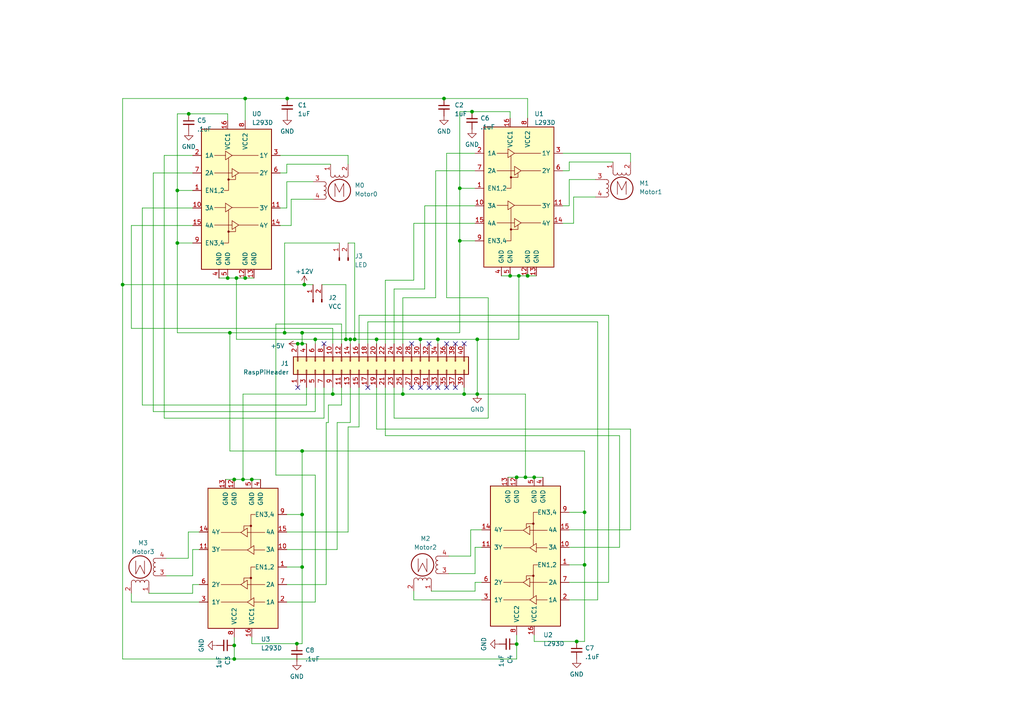
<source format=kicad_sch>
(kicad_sch (version 20230121) (generator eeschema)

  (uuid c3d66c38-a80f-4072-85ee-eb59d1b279fd)

  (paper "A4")

  (lib_symbols
    (symbol "Connector:Conn_01x02_Pin" (pin_names (offset 1.016) hide) (in_bom yes) (on_board yes)
      (property "Reference" "J" (at 0 2.54 0)
        (effects (font (size 1.27 1.27)))
      )
      (property "Value" "Conn_01x02_Pin" (at 0 -5.08 0)
        (effects (font (size 1.27 1.27)))
      )
      (property "Footprint" "" (at 0 0 0)
        (effects (font (size 1.27 1.27)) hide)
      )
      (property "Datasheet" "~" (at 0 0 0)
        (effects (font (size 1.27 1.27)) hide)
      )
      (property "ki_locked" "" (at 0 0 0)
        (effects (font (size 1.27 1.27)))
      )
      (property "ki_keywords" "connector" (at 0 0 0)
        (effects (font (size 1.27 1.27)) hide)
      )
      (property "ki_description" "Generic connector, single row, 01x02, script generated" (at 0 0 0)
        (effects (font (size 1.27 1.27)) hide)
      )
      (property "ki_fp_filters" "Connector*:*_1x??_*" (at 0 0 0)
        (effects (font (size 1.27 1.27)) hide)
      )
      (symbol "Conn_01x02_Pin_1_1"
        (polyline
          (pts
            (xy 1.27 -2.54)
            (xy 0.8636 -2.54)
          )
          (stroke (width 0.1524) (type default))
          (fill (type none))
        )
        (polyline
          (pts
            (xy 1.27 0)
            (xy 0.8636 0)
          )
          (stroke (width 0.1524) (type default))
          (fill (type none))
        )
        (rectangle (start 0.8636 -2.413) (end 0 -2.667)
          (stroke (width 0.1524) (type default))
          (fill (type outline))
        )
        (rectangle (start 0.8636 0.127) (end 0 -0.127)
          (stroke (width 0.1524) (type default))
          (fill (type outline))
        )
        (pin passive line (at 5.08 0 180) (length 3.81)
          (name "Pin_1" (effects (font (size 1.27 1.27))))
          (number "1" (effects (font (size 1.27 1.27))))
        )
        (pin passive line (at 5.08 -2.54 180) (length 3.81)
          (name "Pin_2" (effects (font (size 1.27 1.27))))
          (number "2" (effects (font (size 1.27 1.27))))
        )
      )
    )
    (symbol "Connector_Generic:Conn_02x20_Odd_Even" (pin_names (offset 1.016) hide) (in_bom yes) (on_board yes)
      (property "Reference" "J" (at 1.27 25.4 0)
        (effects (font (size 1.27 1.27)))
      )
      (property "Value" "Conn_02x20_Odd_Even" (at 1.27 -27.94 0)
        (effects (font (size 1.27 1.27)))
      )
      (property "Footprint" "" (at 0 0 0)
        (effects (font (size 1.27 1.27)) hide)
      )
      (property "Datasheet" "~" (at 0 0 0)
        (effects (font (size 1.27 1.27)) hide)
      )
      (property "ki_keywords" "connector" (at 0 0 0)
        (effects (font (size 1.27 1.27)) hide)
      )
      (property "ki_description" "Generic connector, double row, 02x20, odd/even pin numbering scheme (row 1 odd numbers, row 2 even numbers), script generated (kicad-library-utils/schlib/autogen/connector/)" (at 0 0 0)
        (effects (font (size 1.27 1.27)) hide)
      )
      (property "ki_fp_filters" "Connector*:*_2x??_*" (at 0 0 0)
        (effects (font (size 1.27 1.27)) hide)
      )
      (symbol "Conn_02x20_Odd_Even_1_1"
        (rectangle (start -1.27 -25.273) (end 0 -25.527)
          (stroke (width 0.1524) (type default))
          (fill (type none))
        )
        (rectangle (start -1.27 -22.733) (end 0 -22.987)
          (stroke (width 0.1524) (type default))
          (fill (type none))
        )
        (rectangle (start -1.27 -20.193) (end 0 -20.447)
          (stroke (width 0.1524) (type default))
          (fill (type none))
        )
        (rectangle (start -1.27 -17.653) (end 0 -17.907)
          (stroke (width 0.1524) (type default))
          (fill (type none))
        )
        (rectangle (start -1.27 -15.113) (end 0 -15.367)
          (stroke (width 0.1524) (type default))
          (fill (type none))
        )
        (rectangle (start -1.27 -12.573) (end 0 -12.827)
          (stroke (width 0.1524) (type default))
          (fill (type none))
        )
        (rectangle (start -1.27 -10.033) (end 0 -10.287)
          (stroke (width 0.1524) (type default))
          (fill (type none))
        )
        (rectangle (start -1.27 -7.493) (end 0 -7.747)
          (stroke (width 0.1524) (type default))
          (fill (type none))
        )
        (rectangle (start -1.27 -4.953) (end 0 -5.207)
          (stroke (width 0.1524) (type default))
          (fill (type none))
        )
        (rectangle (start -1.27 -2.413) (end 0 -2.667)
          (stroke (width 0.1524) (type default))
          (fill (type none))
        )
        (rectangle (start -1.27 0.127) (end 0 -0.127)
          (stroke (width 0.1524) (type default))
          (fill (type none))
        )
        (rectangle (start -1.27 2.667) (end 0 2.413)
          (stroke (width 0.1524) (type default))
          (fill (type none))
        )
        (rectangle (start -1.27 5.207) (end 0 4.953)
          (stroke (width 0.1524) (type default))
          (fill (type none))
        )
        (rectangle (start -1.27 7.747) (end 0 7.493)
          (stroke (width 0.1524) (type default))
          (fill (type none))
        )
        (rectangle (start -1.27 10.287) (end 0 10.033)
          (stroke (width 0.1524) (type default))
          (fill (type none))
        )
        (rectangle (start -1.27 12.827) (end 0 12.573)
          (stroke (width 0.1524) (type default))
          (fill (type none))
        )
        (rectangle (start -1.27 15.367) (end 0 15.113)
          (stroke (width 0.1524) (type default))
          (fill (type none))
        )
        (rectangle (start -1.27 17.907) (end 0 17.653)
          (stroke (width 0.1524) (type default))
          (fill (type none))
        )
        (rectangle (start -1.27 20.447) (end 0 20.193)
          (stroke (width 0.1524) (type default))
          (fill (type none))
        )
        (rectangle (start -1.27 22.987) (end 0 22.733)
          (stroke (width 0.1524) (type default))
          (fill (type none))
        )
        (rectangle (start -1.27 24.13) (end 3.81 -26.67)
          (stroke (width 0.254) (type default))
          (fill (type background))
        )
        (rectangle (start 3.81 -25.273) (end 2.54 -25.527)
          (stroke (width 0.1524) (type default))
          (fill (type none))
        )
        (rectangle (start 3.81 -22.733) (end 2.54 -22.987)
          (stroke (width 0.1524) (type default))
          (fill (type none))
        )
        (rectangle (start 3.81 -20.193) (end 2.54 -20.447)
          (stroke (width 0.1524) (type default))
          (fill (type none))
        )
        (rectangle (start 3.81 -17.653) (end 2.54 -17.907)
          (stroke (width 0.1524) (type default))
          (fill (type none))
        )
        (rectangle (start 3.81 -15.113) (end 2.54 -15.367)
          (stroke (width 0.1524) (type default))
          (fill (type none))
        )
        (rectangle (start 3.81 -12.573) (end 2.54 -12.827)
          (stroke (width 0.1524) (type default))
          (fill (type none))
        )
        (rectangle (start 3.81 -10.033) (end 2.54 -10.287)
          (stroke (width 0.1524) (type default))
          (fill (type none))
        )
        (rectangle (start 3.81 -7.493) (end 2.54 -7.747)
          (stroke (width 0.1524) (type default))
          (fill (type none))
        )
        (rectangle (start 3.81 -4.953) (end 2.54 -5.207)
          (stroke (width 0.1524) (type default))
          (fill (type none))
        )
        (rectangle (start 3.81 -2.413) (end 2.54 -2.667)
          (stroke (width 0.1524) (type default))
          (fill (type none))
        )
        (rectangle (start 3.81 0.127) (end 2.54 -0.127)
          (stroke (width 0.1524) (type default))
          (fill (type none))
        )
        (rectangle (start 3.81 2.667) (end 2.54 2.413)
          (stroke (width 0.1524) (type default))
          (fill (type none))
        )
        (rectangle (start 3.81 5.207) (end 2.54 4.953)
          (stroke (width 0.1524) (type default))
          (fill (type none))
        )
        (rectangle (start 3.81 7.747) (end 2.54 7.493)
          (stroke (width 0.1524) (type default))
          (fill (type none))
        )
        (rectangle (start 3.81 10.287) (end 2.54 10.033)
          (stroke (width 0.1524) (type default))
          (fill (type none))
        )
        (rectangle (start 3.81 12.827) (end 2.54 12.573)
          (stroke (width 0.1524) (type default))
          (fill (type none))
        )
        (rectangle (start 3.81 15.367) (end 2.54 15.113)
          (stroke (width 0.1524) (type default))
          (fill (type none))
        )
        (rectangle (start 3.81 17.907) (end 2.54 17.653)
          (stroke (width 0.1524) (type default))
          (fill (type none))
        )
        (rectangle (start 3.81 20.447) (end 2.54 20.193)
          (stroke (width 0.1524) (type default))
          (fill (type none))
        )
        (rectangle (start 3.81 22.987) (end 2.54 22.733)
          (stroke (width 0.1524) (type default))
          (fill (type none))
        )
        (pin passive line (at -5.08 22.86 0) (length 3.81)
          (name "Pin_1" (effects (font (size 1.27 1.27))))
          (number "1" (effects (font (size 1.27 1.27))))
        )
        (pin passive line (at 7.62 12.7 180) (length 3.81)
          (name "Pin_10" (effects (font (size 1.27 1.27))))
          (number "10" (effects (font (size 1.27 1.27))))
        )
        (pin passive line (at -5.08 10.16 0) (length 3.81)
          (name "Pin_11" (effects (font (size 1.27 1.27))))
          (number "11" (effects (font (size 1.27 1.27))))
        )
        (pin passive line (at 7.62 10.16 180) (length 3.81)
          (name "Pin_12" (effects (font (size 1.27 1.27))))
          (number "12" (effects (font (size 1.27 1.27))))
        )
        (pin passive line (at -5.08 7.62 0) (length 3.81)
          (name "Pin_13" (effects (font (size 1.27 1.27))))
          (number "13" (effects (font (size 1.27 1.27))))
        )
        (pin passive line (at 7.62 7.62 180) (length 3.81)
          (name "Pin_14" (effects (font (size 1.27 1.27))))
          (number "14" (effects (font (size 1.27 1.27))))
        )
        (pin passive line (at -5.08 5.08 0) (length 3.81)
          (name "Pin_15" (effects (font (size 1.27 1.27))))
          (number "15" (effects (font (size 1.27 1.27))))
        )
        (pin passive line (at 7.62 5.08 180) (length 3.81)
          (name "Pin_16" (effects (font (size 1.27 1.27))))
          (number "16" (effects (font (size 1.27 1.27))))
        )
        (pin passive line (at -5.08 2.54 0) (length 3.81)
          (name "Pin_17" (effects (font (size 1.27 1.27))))
          (number "17" (effects (font (size 1.27 1.27))))
        )
        (pin passive line (at 7.62 2.54 180) (length 3.81)
          (name "Pin_18" (effects (font (size 1.27 1.27))))
          (number "18" (effects (font (size 1.27 1.27))))
        )
        (pin passive line (at -5.08 0 0) (length 3.81)
          (name "Pin_19" (effects (font (size 1.27 1.27))))
          (number "19" (effects (font (size 1.27 1.27))))
        )
        (pin passive line (at 7.62 22.86 180) (length 3.81)
          (name "Pin_2" (effects (font (size 1.27 1.27))))
          (number "2" (effects (font (size 1.27 1.27))))
        )
        (pin passive line (at 7.62 0 180) (length 3.81)
          (name "Pin_20" (effects (font (size 1.27 1.27))))
          (number "20" (effects (font (size 1.27 1.27))))
        )
        (pin passive line (at -5.08 -2.54 0) (length 3.81)
          (name "Pin_21" (effects (font (size 1.27 1.27))))
          (number "21" (effects (font (size 1.27 1.27))))
        )
        (pin passive line (at 7.62 -2.54 180) (length 3.81)
          (name "Pin_22" (effects (font (size 1.27 1.27))))
          (number "22" (effects (font (size 1.27 1.27))))
        )
        (pin passive line (at -5.08 -5.08 0) (length 3.81)
          (name "Pin_23" (effects (font (size 1.27 1.27))))
          (number "23" (effects (font (size 1.27 1.27))))
        )
        (pin passive line (at 7.62 -5.08 180) (length 3.81)
          (name "Pin_24" (effects (font (size 1.27 1.27))))
          (number "24" (effects (font (size 1.27 1.27))))
        )
        (pin passive line (at -5.08 -7.62 0) (length 3.81)
          (name "Pin_25" (effects (font (size 1.27 1.27))))
          (number "25" (effects (font (size 1.27 1.27))))
        )
        (pin passive line (at 7.62 -7.62 180) (length 3.81)
          (name "Pin_26" (effects (font (size 1.27 1.27))))
          (number "26" (effects (font (size 1.27 1.27))))
        )
        (pin passive line (at -5.08 -10.16 0) (length 3.81)
          (name "Pin_27" (effects (font (size 1.27 1.27))))
          (number "27" (effects (font (size 1.27 1.27))))
        )
        (pin passive line (at 7.62 -10.16 180) (length 3.81)
          (name "Pin_28" (effects (font (size 1.27 1.27))))
          (number "28" (effects (font (size 1.27 1.27))))
        )
        (pin passive line (at -5.08 -12.7 0) (length 3.81)
          (name "Pin_29" (effects (font (size 1.27 1.27))))
          (number "29" (effects (font (size 1.27 1.27))))
        )
        (pin passive line (at -5.08 20.32 0) (length 3.81)
          (name "Pin_3" (effects (font (size 1.27 1.27))))
          (number "3" (effects (font (size 1.27 1.27))))
        )
        (pin passive line (at 7.62 -12.7 180) (length 3.81)
          (name "Pin_30" (effects (font (size 1.27 1.27))))
          (number "30" (effects (font (size 1.27 1.27))))
        )
        (pin passive line (at -5.08 -15.24 0) (length 3.81)
          (name "Pin_31" (effects (font (size 1.27 1.27))))
          (number "31" (effects (font (size 1.27 1.27))))
        )
        (pin passive line (at 7.62 -15.24 180) (length 3.81)
          (name "Pin_32" (effects (font (size 1.27 1.27))))
          (number "32" (effects (font (size 1.27 1.27))))
        )
        (pin passive line (at -5.08 -17.78 0) (length 3.81)
          (name "Pin_33" (effects (font (size 1.27 1.27))))
          (number "33" (effects (font (size 1.27 1.27))))
        )
        (pin passive line (at 7.62 -17.78 180) (length 3.81)
          (name "Pin_34" (effects (font (size 1.27 1.27))))
          (number "34" (effects (font (size 1.27 1.27))))
        )
        (pin passive line (at -5.08 -20.32 0) (length 3.81)
          (name "Pin_35" (effects (font (size 1.27 1.27))))
          (number "35" (effects (font (size 1.27 1.27))))
        )
        (pin passive line (at 7.62 -20.32 180) (length 3.81)
          (name "Pin_36" (effects (font (size 1.27 1.27))))
          (number "36" (effects (font (size 1.27 1.27))))
        )
        (pin passive line (at -5.08 -22.86 0) (length 3.81)
          (name "Pin_37" (effects (font (size 1.27 1.27))))
          (number "37" (effects (font (size 1.27 1.27))))
        )
        (pin passive line (at 7.62 -22.86 180) (length 3.81)
          (name "Pin_38" (effects (font (size 1.27 1.27))))
          (number "38" (effects (font (size 1.27 1.27))))
        )
        (pin passive line (at -5.08 -25.4 0) (length 3.81)
          (name "Pin_39" (effects (font (size 1.27 1.27))))
          (number "39" (effects (font (size 1.27 1.27))))
        )
        (pin passive line (at 7.62 20.32 180) (length 3.81)
          (name "Pin_4" (effects (font (size 1.27 1.27))))
          (number "4" (effects (font (size 1.27 1.27))))
        )
        (pin passive line (at 7.62 -25.4 180) (length 3.81)
          (name "Pin_40" (effects (font (size 1.27 1.27))))
          (number "40" (effects (font (size 1.27 1.27))))
        )
        (pin passive line (at -5.08 17.78 0) (length 3.81)
          (name "Pin_5" (effects (font (size 1.27 1.27))))
          (number "5" (effects (font (size 1.27 1.27))))
        )
        (pin passive line (at 7.62 17.78 180) (length 3.81)
          (name "Pin_6" (effects (font (size 1.27 1.27))))
          (number "6" (effects (font (size 1.27 1.27))))
        )
        (pin passive line (at -5.08 15.24 0) (length 3.81)
          (name "Pin_7" (effects (font (size 1.27 1.27))))
          (number "7" (effects (font (size 1.27 1.27))))
        )
        (pin passive line (at 7.62 15.24 180) (length 3.81)
          (name "Pin_8" (effects (font (size 1.27 1.27))))
          (number "8" (effects (font (size 1.27 1.27))))
        )
        (pin passive line (at -5.08 12.7 0) (length 3.81)
          (name "Pin_9" (effects (font (size 1.27 1.27))))
          (number "9" (effects (font (size 1.27 1.27))))
        )
      )
    )
    (symbol "Device:C_Small" (pin_numbers hide) (pin_names (offset 0.254) hide) (in_bom yes) (on_board yes)
      (property "Reference" "C" (at 0.254 1.778 0)
        (effects (font (size 1.27 1.27)) (justify left))
      )
      (property "Value" "C_Small" (at 0.254 -2.032 0)
        (effects (font (size 1.27 1.27)) (justify left))
      )
      (property "Footprint" "" (at 0 0 0)
        (effects (font (size 1.27 1.27)) hide)
      )
      (property "Datasheet" "~" (at 0 0 0)
        (effects (font (size 1.27 1.27)) hide)
      )
      (property "ki_keywords" "capacitor cap" (at 0 0 0)
        (effects (font (size 1.27 1.27)) hide)
      )
      (property "ki_description" "Unpolarized capacitor, small symbol" (at 0 0 0)
        (effects (font (size 1.27 1.27)) hide)
      )
      (property "ki_fp_filters" "C_*" (at 0 0 0)
        (effects (font (size 1.27 1.27)) hide)
      )
      (symbol "C_Small_0_1"
        (polyline
          (pts
            (xy -1.524 -0.508)
            (xy 1.524 -0.508)
          )
          (stroke (width 0.3302) (type default))
          (fill (type none))
        )
        (polyline
          (pts
            (xy -1.524 0.508)
            (xy 1.524 0.508)
          )
          (stroke (width 0.3048) (type default))
          (fill (type none))
        )
      )
      (symbol "C_Small_1_1"
        (pin passive line (at 0 2.54 270) (length 2.032)
          (name "~" (effects (font (size 1.27 1.27))))
          (number "1" (effects (font (size 1.27 1.27))))
        )
        (pin passive line (at 0 -2.54 90) (length 2.032)
          (name "~" (effects (font (size 1.27 1.27))))
          (number "2" (effects (font (size 1.27 1.27))))
        )
      )
    )
    (symbol "Driver_Motor:L293D" (pin_names (offset 1.016)) (in_bom yes) (on_board yes)
      (property "Reference" "U" (at -5.08 26.035 0)
        (effects (font (size 1.27 1.27)) (justify right))
      )
      (property "Value" "L293D" (at -5.08 24.13 0)
        (effects (font (size 1.27 1.27)) (justify right))
      )
      (property "Footprint" "Package_DIP:DIP-16_W7.62mm" (at 6.35 -19.05 0)
        (effects (font (size 1.27 1.27)) (justify left) hide)
      )
      (property "Datasheet" "http://www.ti.com/lit/ds/symlink/l293.pdf" (at -7.62 17.78 0)
        (effects (font (size 1.27 1.27)) hide)
      )
      (property "ki_keywords" "Half-H Driver Motor" (at 0 0 0)
        (effects (font (size 1.27 1.27)) hide)
      )
      (property "ki_description" "Quadruple Half-H Drivers" (at 0 0 0)
        (effects (font (size 1.27 1.27)) hide)
      )
      (property "ki_fp_filters" "DIP*W7.62mm*" (at 0 0 0)
        (effects (font (size 1.27 1.27)) hide)
      )
      (symbol "L293D_0_1"
        (rectangle (start -10.16 22.86) (end 10.16 -17.78)
          (stroke (width 0.254) (type default))
          (fill (type background))
        )
        (circle (center -2.286 -6.858) (radius 0.254)
          (stroke (width 0) (type default))
          (fill (type outline))
        )
        (circle (center -2.286 8.255) (radius 0.254)
          (stroke (width 0) (type default))
          (fill (type outline))
        )
        (polyline
          (pts
            (xy -6.35 -4.953)
            (xy -1.27 -4.953)
          )
          (stroke (width 0) (type default))
          (fill (type none))
        )
        (polyline
          (pts
            (xy -6.35 0.127)
            (xy -3.175 0.127)
          )
          (stroke (width 0) (type default))
          (fill (type none))
        )
        (polyline
          (pts
            (xy -6.35 10.16)
            (xy -1.27 10.16)
          )
          (stroke (width 0) (type default))
          (fill (type none))
        )
        (polyline
          (pts
            (xy -6.35 15.24)
            (xy -3.175 15.24)
          )
          (stroke (width 0) (type default))
          (fill (type none))
        )
        (polyline
          (pts
            (xy -1.27 0.127)
            (xy 6.35 0.127)
          )
          (stroke (width 0) (type default))
          (fill (type none))
        )
        (polyline
          (pts
            (xy -1.27 15.24)
            (xy 6.35 15.24)
          )
          (stroke (width 0) (type default))
          (fill (type none))
        )
        (polyline
          (pts
            (xy 0.635 -4.953)
            (xy 6.35 -4.953)
          )
          (stroke (width 0) (type default))
          (fill (type none))
        )
        (polyline
          (pts
            (xy 0.635 10.16)
            (xy 6.35 10.16)
          )
          (stroke (width 0) (type default))
          (fill (type none))
        )
        (polyline
          (pts
            (xy -2.286 -6.858)
            (xy -0.254 -6.858)
            (xy -0.254 -5.588)
          )
          (stroke (width 0) (type default))
          (fill (type none))
        )
        (polyline
          (pts
            (xy -2.286 -0.635)
            (xy -2.286 -10.16)
            (xy -3.556 -10.16)
          )
          (stroke (width 0) (type default))
          (fill (type none))
        )
        (polyline
          (pts
            (xy -2.286 8.255)
            (xy -0.254 8.255)
            (xy -0.254 9.525)
          )
          (stroke (width 0) (type default))
          (fill (type none))
        )
        (polyline
          (pts
            (xy -2.286 14.478)
            (xy -2.286 5.08)
            (xy -3.556 5.08)
          )
          (stroke (width 0) (type default))
          (fill (type none))
        )
        (polyline
          (pts
            (xy -3.175 1.397)
            (xy -3.175 -1.143)
            (xy -1.27 0.127)
            (xy -3.175 1.397)
          )
          (stroke (width 0) (type default))
          (fill (type none))
        )
        (polyline
          (pts
            (xy -3.175 16.51)
            (xy -3.175 13.97)
            (xy -1.27 15.24)
            (xy -3.175 16.51)
          )
          (stroke (width 0) (type default))
          (fill (type none))
        )
        (polyline
          (pts
            (xy -1.27 -3.683)
            (xy -1.27 -6.223)
            (xy 0.635 -4.953)
            (xy -1.27 -3.683)
          )
          (stroke (width 0) (type default))
          (fill (type none))
        )
        (polyline
          (pts
            (xy -1.27 11.43)
            (xy -1.27 8.89)
            (xy 0.635 10.16)
            (xy -1.27 11.43)
          )
          (stroke (width 0) (type default))
          (fill (type none))
        )
      )
      (symbol "L293D_1_1"
        (pin input line (at -12.7 5.08 0) (length 2.54)
          (name "EN1,2" (effects (font (size 1.27 1.27))))
          (number "1" (effects (font (size 1.27 1.27))))
        )
        (pin input line (at -12.7 0 0) (length 2.54)
          (name "3A" (effects (font (size 1.27 1.27))))
          (number "10" (effects (font (size 1.27 1.27))))
        )
        (pin output line (at 12.7 0 180) (length 2.54)
          (name "3Y" (effects (font (size 1.27 1.27))))
          (number "11" (effects (font (size 1.27 1.27))))
        )
        (pin power_in line (at 2.54 -20.32 90) (length 2.54)
          (name "GND" (effects (font (size 1.27 1.27))))
          (number "12" (effects (font (size 1.27 1.27))))
        )
        (pin power_in line (at 5.08 -20.32 90) (length 2.54)
          (name "GND" (effects (font (size 1.27 1.27))))
          (number "13" (effects (font (size 1.27 1.27))))
        )
        (pin output line (at 12.7 -5.08 180) (length 2.54)
          (name "4Y" (effects (font (size 1.27 1.27))))
          (number "14" (effects (font (size 1.27 1.27))))
        )
        (pin input line (at -12.7 -5.08 0) (length 2.54)
          (name "4A" (effects (font (size 1.27 1.27))))
          (number "15" (effects (font (size 1.27 1.27))))
        )
        (pin power_in line (at -2.54 25.4 270) (length 2.54)
          (name "VCC1" (effects (font (size 1.27 1.27))))
          (number "16" (effects (font (size 1.27 1.27))))
        )
        (pin input line (at -12.7 15.24 0) (length 2.54)
          (name "1A" (effects (font (size 1.27 1.27))))
          (number "2" (effects (font (size 1.27 1.27))))
        )
        (pin output line (at 12.7 15.24 180) (length 2.54)
          (name "1Y" (effects (font (size 1.27 1.27))))
          (number "3" (effects (font (size 1.27 1.27))))
        )
        (pin power_in line (at -5.08 -20.32 90) (length 2.54)
          (name "GND" (effects (font (size 1.27 1.27))))
          (number "4" (effects (font (size 1.27 1.27))))
        )
        (pin power_in line (at -2.54 -20.32 90) (length 2.54)
          (name "GND" (effects (font (size 1.27 1.27))))
          (number "5" (effects (font (size 1.27 1.27))))
        )
        (pin output line (at 12.7 10.16 180) (length 2.54)
          (name "2Y" (effects (font (size 1.27 1.27))))
          (number "6" (effects (font (size 1.27 1.27))))
        )
        (pin input line (at -12.7 10.16 0) (length 2.54)
          (name "2A" (effects (font (size 1.27 1.27))))
          (number "7" (effects (font (size 1.27 1.27))))
        )
        (pin power_in line (at 2.54 25.4 270) (length 2.54)
          (name "VCC2" (effects (font (size 1.27 1.27))))
          (number "8" (effects (font (size 1.27 1.27))))
        )
        (pin input line (at -12.7 -10.16 0) (length 2.54)
          (name "EN3,4" (effects (font (size 1.27 1.27))))
          (number "9" (effects (font (size 1.27 1.27))))
        )
      )
    )
    (symbol "Motor:Stepper_Motor_bipolar" (pin_names (offset 0) hide) (in_bom yes) (on_board yes)
      (property "Reference" "M" (at 3.81 2.54 0)
        (effects (font (size 1.27 1.27)) (justify left))
      )
      (property "Value" "Stepper_Motor_bipolar" (at 3.81 1.27 0)
        (effects (font (size 1.27 1.27)) (justify left top))
      )
      (property "Footprint" "" (at 0.254 -0.254 0)
        (effects (font (size 1.27 1.27)) hide)
      )
      (property "Datasheet" "http://www.infineon.com/dgdl/Application-Note-TLE8110EE_driving_UniPolarStepperMotor_V1.1.pdf?fileId=db3a30431be39b97011be5d0aa0a00b0" (at 0.254 -0.254 0)
        (effects (font (size 1.27 1.27)) hide)
      )
      (property "ki_keywords" "bipolar stepper motor" (at 0 0 0)
        (effects (font (size 1.27 1.27)) hide)
      )
      (property "ki_description" "4-wire bipolar stepper motor" (at 0 0 0)
        (effects (font (size 1.27 1.27)) hide)
      )
      (property "ki_fp_filters" "PinHeader*P2.54mm*Vertical* TerminalBlock* Motor*" (at 0 0 0)
        (effects (font (size 1.27 1.27)) hide)
      )
      (symbol "Stepper_Motor_bipolar_0_0"
        (polyline
          (pts
            (xy -1.27 -1.778)
            (xy -1.27 2.032)
            (xy 0 -0.508)
            (xy 1.27 2.032)
            (xy 1.27 -1.778)
          )
          (stroke (width 0) (type default))
          (fill (type none))
        )
      )
      (symbol "Stepper_Motor_bipolar_0_1"
        (arc (start -4.445 -2.54) (mid -3.8127 -1.905) (end -4.445 -1.27)
          (stroke (width 0) (type default))
          (fill (type none))
        )
        (arc (start -4.445 -1.27) (mid -3.8127 -0.635) (end -4.445 0)
          (stroke (width 0) (type default))
          (fill (type none))
        )
        (arc (start -4.445 0) (mid -3.8127 0.635) (end -4.445 1.27)
          (stroke (width 0) (type default))
          (fill (type none))
        )
        (arc (start -4.445 1.27) (mid -3.8127 1.905) (end -4.445 2.54)
          (stroke (width 0) (type default))
          (fill (type none))
        )
        (arc (start -2.54 4.445) (mid -1.905 3.8127) (end -1.27 4.445)
          (stroke (width 0) (type default))
          (fill (type none))
        )
        (arc (start -1.27 4.445) (mid -0.635 3.8127) (end 0 4.445)
          (stroke (width 0) (type default))
          (fill (type none))
        )
        (polyline
          (pts
            (xy -5.08 -2.54)
            (xy -4.445 -2.54)
          )
          (stroke (width 0) (type default))
          (fill (type none))
        )
        (polyline
          (pts
            (xy -5.08 2.54)
            (xy -4.445 2.54)
          )
          (stroke (width 0) (type default))
          (fill (type none))
        )
        (polyline
          (pts
            (xy -2.54 5.08)
            (xy -2.54 4.445)
          )
          (stroke (width 0) (type default))
          (fill (type none))
        )
        (polyline
          (pts
            (xy 2.54 5.08)
            (xy 2.54 4.445)
          )
          (stroke (width 0) (type default))
          (fill (type none))
        )
        (circle (center 0 0) (radius 3.2512)
          (stroke (width 0.254) (type default))
          (fill (type none))
        )
        (arc (start 0 4.445) (mid 0.635 3.8127) (end 1.27 4.445)
          (stroke (width 0) (type default))
          (fill (type none))
        )
        (arc (start 1.27 4.445) (mid 1.905 3.8127) (end 2.54 4.445)
          (stroke (width 0) (type default))
          (fill (type none))
        )
      )
      (symbol "Stepper_Motor_bipolar_1_1"
        (pin passive line (at -2.54 7.62 270) (length 2.54)
          (name "~" (effects (font (size 1.27 1.27))))
          (number "1" (effects (font (size 1.27 1.27))))
        )
        (pin passive line (at 2.54 7.62 270) (length 2.54)
          (name "-" (effects (font (size 1.27 1.27))))
          (number "2" (effects (font (size 1.27 1.27))))
        )
        (pin passive line (at -7.62 2.54 0) (length 2.54)
          (name "~" (effects (font (size 1.27 1.27))))
          (number "3" (effects (font (size 1.27 1.27))))
        )
        (pin passive line (at -7.62 -2.54 0) (length 2.54)
          (name "~" (effects (font (size 1.27 1.27))))
          (number "4" (effects (font (size 1.27 1.27))))
        )
      )
    )
    (symbol "power:+12V" (power) (pin_names (offset 0)) (in_bom yes) (on_board yes)
      (property "Reference" "#PWR" (at 0 -3.81 0)
        (effects (font (size 1.27 1.27)) hide)
      )
      (property "Value" "+12V" (at 0 3.556 0)
        (effects (font (size 1.27 1.27)))
      )
      (property "Footprint" "" (at 0 0 0)
        (effects (font (size 1.27 1.27)) hide)
      )
      (property "Datasheet" "" (at 0 0 0)
        (effects (font (size 1.27 1.27)) hide)
      )
      (property "ki_keywords" "global power" (at 0 0 0)
        (effects (font (size 1.27 1.27)) hide)
      )
      (property "ki_description" "Power symbol creates a global label with name \"+12V\"" (at 0 0 0)
        (effects (font (size 1.27 1.27)) hide)
      )
      (symbol "+12V_0_1"
        (polyline
          (pts
            (xy -0.762 1.27)
            (xy 0 2.54)
          )
          (stroke (width 0) (type default))
          (fill (type none))
        )
        (polyline
          (pts
            (xy 0 0)
            (xy 0 2.54)
          )
          (stroke (width 0) (type default))
          (fill (type none))
        )
        (polyline
          (pts
            (xy 0 2.54)
            (xy 0.762 1.27)
          )
          (stroke (width 0) (type default))
          (fill (type none))
        )
      )
      (symbol "+12V_1_1"
        (pin power_in line (at 0 0 90) (length 0) hide
          (name "+12V" (effects (font (size 1.27 1.27))))
          (number "1" (effects (font (size 1.27 1.27))))
        )
      )
    )
    (symbol "power:+5V" (power) (pin_names (offset 0)) (in_bom yes) (on_board yes)
      (property "Reference" "#PWR" (at 0 -3.81 0)
        (effects (font (size 1.27 1.27)) hide)
      )
      (property "Value" "+5V" (at 0 3.556 0)
        (effects (font (size 1.27 1.27)))
      )
      (property "Footprint" "" (at 0 0 0)
        (effects (font (size 1.27 1.27)) hide)
      )
      (property "Datasheet" "" (at 0 0 0)
        (effects (font (size 1.27 1.27)) hide)
      )
      (property "ki_keywords" "global power" (at 0 0 0)
        (effects (font (size 1.27 1.27)) hide)
      )
      (property "ki_description" "Power symbol creates a global label with name \"+5V\"" (at 0 0 0)
        (effects (font (size 1.27 1.27)) hide)
      )
      (symbol "+5V_0_1"
        (polyline
          (pts
            (xy -0.762 1.27)
            (xy 0 2.54)
          )
          (stroke (width 0) (type default))
          (fill (type none))
        )
        (polyline
          (pts
            (xy 0 0)
            (xy 0 2.54)
          )
          (stroke (width 0) (type default))
          (fill (type none))
        )
        (polyline
          (pts
            (xy 0 2.54)
            (xy 0.762 1.27)
          )
          (stroke (width 0) (type default))
          (fill (type none))
        )
      )
      (symbol "+5V_1_1"
        (pin power_in line (at 0 0 90) (length 0) hide
          (name "+5V" (effects (font (size 1.27 1.27))))
          (number "1" (effects (font (size 1.27 1.27))))
        )
      )
    )
    (symbol "power:GND" (power) (pin_names (offset 0)) (in_bom yes) (on_board yes)
      (property "Reference" "#PWR" (at 0 -6.35 0)
        (effects (font (size 1.27 1.27)) hide)
      )
      (property "Value" "GND" (at 0 -3.81 0)
        (effects (font (size 1.27 1.27)))
      )
      (property "Footprint" "" (at 0 0 0)
        (effects (font (size 1.27 1.27)) hide)
      )
      (property "Datasheet" "" (at 0 0 0)
        (effects (font (size 1.27 1.27)) hide)
      )
      (property "ki_keywords" "global power" (at 0 0 0)
        (effects (font (size 1.27 1.27)) hide)
      )
      (property "ki_description" "Power symbol creates a global label with name \"GND\" , ground" (at 0 0 0)
        (effects (font (size 1.27 1.27)) hide)
      )
      (symbol "GND_0_1"
        (polyline
          (pts
            (xy 0 0)
            (xy 0 -1.27)
            (xy 1.27 -1.27)
            (xy 0 -2.54)
            (xy -1.27 -1.27)
            (xy 0 -1.27)
          )
          (stroke (width 0) (type default))
          (fill (type none))
        )
      )
      (symbol "GND_1_1"
        (pin power_in line (at 0 0 270) (length 0) hide
          (name "GND" (effects (font (size 1.27 1.27))))
          (number "1" (effects (font (size 1.27 1.27))))
        )
      )
    )
  )

  (junction (at 54.737 33.02) (diameter 0) (color 0 0 0 0)
    (uuid 00b606e8-546b-4b56-9bf5-de056e7df827)
  )
  (junction (at 87.63 96.52) (diameter 0) (color 0 0 0 0)
    (uuid 0d5b7d6a-0e81-43b2-95e2-49288310c2f9)
  )
  (junction (at 73.025 139.065) (diameter 0) (color 0 0 0 0)
    (uuid 0d72170a-a9f6-469b-b626-b48ae0652a81)
  )
  (junction (at 138.43 98.425) (diameter 0) (color 0 0 0 0)
    (uuid 11888872-c5cd-43f3-a22c-7fdcbe02c189)
  )
  (junction (at 102.87 98.425) (diameter 0) (color 0 0 0 0)
    (uuid 13816e44-5f32-4cb7-958d-41c9aa06cf73)
  )
  (junction (at 71.12 80.645) (diameter 0) (color 0 0 0 0)
    (uuid 177c3853-345a-4949-b9e9-161dd8bb999e)
  )
  (junction (at 136.906 32.385) (diameter 0) (color 0 0 0 0)
    (uuid 1c6744c8-7593-46c0-aebf-368e44a7c981)
  )
  (junction (at 67.945 187.198) (diameter 0) (color 0 0 0 0)
    (uuid 2693588b-06cd-4c1f-8197-4e3f31a0b21b)
  )
  (junction (at 133.35 54.61) (diameter 0) (color 0 0 0 0)
    (uuid 2e7be82c-0fa9-4f35-bedf-9031b3f37805)
  )
  (junction (at 66.04 80.645) (diameter 0) (color 0 0 0 0)
    (uuid 3bbb7310-8cab-42dc-b69e-be98b53f5111)
  )
  (junction (at 100.33 98.425) (diameter 0) (color 0 0 0 0)
    (uuid 3dece6cd-b6b8-463e-ab42-1761fbe2c147)
  )
  (junction (at 88.265 82.55) (diameter 0) (color 0 0 0 0)
    (uuid 3ee6dad6-dec4-4942-9d6e-120ec361ae47)
  )
  (junction (at 133.35 69.85) (diameter 0) (color 0 0 0 0)
    (uuid 41fcca40-8d8a-498f-bc30-639a802f5926)
  )
  (junction (at 167.259 186.055) (diameter 0) (color 0 0 0 0)
    (uuid 4536fc4d-55f2-4005-9560-560e4a309436)
  )
  (junction (at 121.92 98.425) (diameter 0) (color 0 0 0 0)
    (uuid 461c0e6c-aa85-4e10-913d-fd3c2ce47899)
  )
  (junction (at 138.43 114.3) (diameter 0) (color 0 0 0 0)
    (uuid 493e28fe-f336-4864-aa10-1d5e7a37a1b5)
  )
  (junction (at 51.435 70.485) (diameter 0) (color 0 0 0 0)
    (uuid 49e7f7cf-254b-4876-98f7-8b0db2055c1a)
  )
  (junction (at 169.545 148.59) (diameter 0) (color 0 0 0 0)
    (uuid 4debe2d9-1d2c-43e8-829e-f8eed85d712f)
  )
  (junction (at 91.44 98.425) (diameter 0) (color 0 0 0 0)
    (uuid 515d795e-1d03-43db-acc9-0aec886f6fdf)
  )
  (junction (at 82.55 96.52) (diameter 0) (color 0 0 0 0)
    (uuid 51643d41-a694-4666-bb33-37e110b718cd)
  )
  (junction (at 35.56 82.55) (diameter 0) (color 0 0 0 0)
    (uuid 538dfd37-0e5f-46e7-94a1-cf92318a57bd)
  )
  (junction (at 87.63 164.465) (diameter 0) (color 0 0 0 0)
    (uuid 564e2832-9615-4971-807d-d1d479c6f57c)
  )
  (junction (at 109.22 98.425) (diameter 0) (color 0 0 0 0)
    (uuid 58c0a75d-e1f9-4264-bafd-4227770e509f)
  )
  (junction (at 128.778 28.575) (diameter 0) (color 0 0 0 0)
    (uuid 5a0c98a7-f152-458e-a6da-c6ed28eeb7bb)
  )
  (junction (at 134.62 114.3) (diameter 0) (color 0 0 0 0)
    (uuid 641417a0-83ce-4e3a-bb1b-18e949f86dab)
  )
  (junction (at 147.955 80.01) (diameter 0) (color 0 0 0 0)
    (uuid 7a270fc9-8204-4a40-b1fd-aaeb894f32a5)
  )
  (junction (at 86.36 99.695) (diameter 0) (color 0 0 0 0)
    (uuid 7aa39d4e-a377-42d7-a121-c5f07997d538)
  )
  (junction (at 149.86 138.43) (diameter 0) (color 0 0 0 0)
    (uuid 7c6f8ea5-3ae1-4aab-9363-418be11da3ba)
  )
  (junction (at 67.945 191.135) (diameter 0) (color 0 0 0 0)
    (uuid 855d1d08-b98e-446a-8742-de24e0653d66)
  )
  (junction (at 87.63 130.81) (diameter 0) (color 0 0 0 0)
    (uuid 8b07c945-2334-456d-9b0c-32f8589d906f)
  )
  (junction (at 154.94 138.43) (diameter 0) (color 0 0 0 0)
    (uuid 9200f936-fe4d-4c39-8834-6f625b7fdff4)
  )
  (junction (at 87.63 99.695) (diameter 0) (color 0 0 0 0)
    (uuid 9771ec05-a7f5-444a-92ce-561fb62c3839)
  )
  (junction (at 86.106 186.69) (diameter 0) (color 0 0 0 0)
    (uuid 992c78ec-98ae-4449-9240-96ab40f6a9f3)
  )
  (junction (at 51.435 55.245) (diameter 0) (color 0 0 0 0)
    (uuid aacf4621-b1b6-482f-915c-297739ad22fc)
  )
  (junction (at 153.035 80.01) (diameter 0) (color 0 0 0 0)
    (uuid af3c9216-0b24-4c5a-8c81-c04432b47751)
  )
  (junction (at 70.485 139.065) (diameter 0) (color 0 0 0 0)
    (uuid b16d22e6-37c3-4ff1-b7ae-ab0ad2a830e2)
  )
  (junction (at 116.84 114.3) (diameter 0) (color 0 0 0 0)
    (uuid b4e20f0e-5ed8-4722-beb8-30f70d4dca73)
  )
  (junction (at 152.4 138.43) (diameter 0) (color 0 0 0 0)
    (uuid b8ac1bfe-9f44-4b7c-97ed-54d84b923f17)
  )
  (junction (at 66.675 96.52) (diameter 0) (color 0 0 0 0)
    (uuid bc09ae38-d7ce-4c51-9302-aca72e5a821b)
  )
  (junction (at 96.52 114.3) (diameter 0) (color 0 0 0 0)
    (uuid c151e8e9-268f-46cb-bc4c-70ac462b5aff)
  )
  (junction (at 67.945 139.065) (diameter 0) (color 0 0 0 0)
    (uuid c34b3d47-e8a9-4be7-b709-6eff83f45bde)
  )
  (junction (at 68.58 80.645) (diameter 0) (color 0 0 0 0)
    (uuid c4214c25-ba41-4afe-bf93-95d61e0dd551)
  )
  (junction (at 149.86 186.817) (diameter 0) (color 0 0 0 0)
    (uuid cef4acc7-8ca2-4cd5-9738-6e5d75a1a398)
  )
  (junction (at 71.12 28.575) (diameter 0) (color 0 0 0 0)
    (uuid e43816e0-6c00-4184-b62b-2f36290f3b0c)
  )
  (junction (at 83.312 28.575) (diameter 0) (color 0 0 0 0)
    (uuid e836acd4-82b6-48e2-95f4-4cbd859e6045)
  )
  (junction (at 127 98.425) (diameter 0) (color 0 0 0 0)
    (uuid e896c262-cf7c-41d8-aac0-dca782364cc6)
  )
  (junction (at 87.63 149.225) (diameter 0) (color 0 0 0 0)
    (uuid ef5d8eaf-4aaf-4d0b-9fde-087fff581289)
  )
  (junction (at 169.545 163.83) (diameter 0) (color 0 0 0 0)
    (uuid f305e50f-1546-47ac-bcd4-0f90d50d8a37)
  )
  (junction (at 150.495 80.01) (diameter 0) (color 0 0 0 0)
    (uuid ffdddee8-4ee7-4e45-8186-7351ff69b345)
  )
  (junction (at 101.6 98.425) (diameter 0) (color 0 0 0 0)
    (uuid ffeede3b-935c-416e-9618-a0eb1fdbcda3)
  )

  (no_connect (at 119.38 112.395) (uuid 06b36264-4d78-4e48-9e44-f18b4c9e6202))
  (no_connect (at 121.92 112.395) (uuid 23aa82ec-6e1a-42f9-9dd9-2d7ad1526d53))
  (no_connect (at 124.46 112.395) (uuid 3f592a62-7619-4e32-83e2-e90d9d40cbe9))
  (no_connect (at 129.54 112.395) (uuid 53b3e2a8-a289-403e-b678-03dc719b3915))
  (no_connect (at 134.62 99.695) (uuid 7c7bab1a-a381-4803-b347-a1f835aed725))
  (no_connect (at 86.36 112.395) (uuid 7e47f8d7-c02b-4147-ae98-68be61e88111))
  (no_connect (at 119.38 99.695) (uuid 9027965d-40e1-4c09-9515-2480df9e691a))
  (no_connect (at 132.08 112.395) (uuid a103c4af-546c-4f21-8f23-a45d967a9188))
  (no_connect (at 106.68 112.395) (uuid acec80d9-217e-49a3-a9d8-3d88b0fdeece))
  (no_connect (at 132.08 99.695) (uuid ad3c9e6a-66e2-43ea-9abe-1b1b3d938f68))
  (no_connect (at 93.98 99.695) (uuid c1f2ec6c-7b2f-4c3f-91a6-84a98e20b0f3))
  (no_connect (at 124.46 99.695) (uuid c9f7d3fd-347a-44f7-aba7-7a65fdadefe6))
  (no_connect (at 129.54 99.695) (uuid cdcddc9e-2ad5-4be5-a784-f219775b4b48))
  (no_connect (at 127 112.395) (uuid d6adc211-eb49-442f-96e3-3c593d2af983))

  (wire (pts (xy 91.44 174.625) (xy 91.44 137.795))
    (stroke (width 0) (type default))
    (uuid 00987034-360b-491e-b435-e91a02c7fd43)
  )
  (wire (pts (xy 57.785 174.625) (xy 38.1 174.625))
    (stroke (width 0) (type default))
    (uuid 025fea44-5eec-4023-8da9-332409f2d4ba)
  )
  (wire (pts (xy 35.56 28.575) (xy 71.12 28.575))
    (stroke (width 0) (type default))
    (uuid 034a988e-c404-47ed-9576-b9ccc12ae315)
  )
  (wire (pts (xy 66.04 33.02) (xy 54.737 33.02))
    (stroke (width 0) (type default))
    (uuid 04006c45-dd0a-4399-8a83-a902f3fd4db4)
  )
  (wire (pts (xy 73.025 186.69) (xy 86.106 186.69))
    (stroke (width 0) (type default))
    (uuid 062d0e7f-a964-4f78-ac0c-4c973a37e3a2)
  )
  (wire (pts (xy 83.185 47.625) (xy 95.885 47.625))
    (stroke (width 0) (type default))
    (uuid 066d55a3-579d-488a-94df-f1142c731c31)
  )
  (wire (pts (xy 120.015 64.77) (xy 120.015 81.28))
    (stroke (width 0) (type default))
    (uuid 06a541f5-eb2f-4f6a-b210-144f157b84ee)
  )
  (wire (pts (xy 35.56 82.55) (xy 35.56 191.135))
    (stroke (width 0) (type default))
    (uuid 06ca521b-1f4d-49ce-a291-66f5c3b82497)
  )
  (wire (pts (xy 165.1 148.59) (xy 169.545 148.59))
    (stroke (width 0) (type default))
    (uuid 0a70601d-5ccf-43b1-ae1f-95e41cde8c4f)
  )
  (wire (pts (xy 165.1 59.69) (xy 165.1 52.07))
    (stroke (width 0) (type default))
    (uuid 0a821ada-ea62-4e08-9232-262bee09fb5f)
  )
  (wire (pts (xy 101.6 98.425) (xy 101.6 99.695))
    (stroke (width 0) (type default))
    (uuid 0af2469c-1281-4aaf-b446-f46300be3e45)
  )
  (wire (pts (xy 165.1 49.53) (xy 165.1 46.99))
    (stroke (width 0) (type default))
    (uuid 0b6de034-d5e0-4c57-9a39-0cac13be30be)
  )
  (wire (pts (xy 114.3 121.285) (xy 141.605 121.285))
    (stroke (width 0) (type default))
    (uuid 0b8964aa-1c15-469c-9ca8-5732475d2ad4)
  )
  (wire (pts (xy 145.415 80.01) (xy 147.955 80.01))
    (stroke (width 0) (type default))
    (uuid 0c57d7ac-e737-4190-bd6a-a4f0c5adb929)
  )
  (wire (pts (xy 84.455 57.785) (xy 90.805 57.785))
    (stroke (width 0) (type default))
    (uuid 0c85b015-6902-41d5-a399-e9e0f9d3f7d1)
  )
  (wire (pts (xy 111.76 81.28) (xy 120.015 81.28))
    (stroke (width 0) (type default))
    (uuid 0d577c2c-540a-4d7e-819e-09aefbf3bf19)
  )
  (wire (pts (xy 66.675 96.52) (xy 82.55 96.52))
    (stroke (width 0) (type default))
    (uuid 0dcda83d-2f85-4aed-9ed5-9f54eec03d8b)
  )
  (wire (pts (xy 100.33 82.55) (xy 100.33 98.425))
    (stroke (width 0) (type default))
    (uuid 1063e9db-2fe0-4124-b231-bbe272868524)
  )
  (wire (pts (xy 57.785 159.385) (xy 55.88 159.385))
    (stroke (width 0) (type default))
    (uuid 1199911b-b248-401e-b3bc-2754c273fe75)
  )
  (wire (pts (xy 86.36 99.695) (xy 87.63 99.695))
    (stroke (width 0) (type default))
    (uuid 11a4ad7d-9f0c-4640-8224-6d6129b4a3de)
  )
  (wire (pts (xy 82.55 96.52) (xy 87.63 96.52))
    (stroke (width 0) (type default))
    (uuid 11db8829-1c44-4fa8-8814-228d2e23afb0)
  )
  (wire (pts (xy 111.76 126.365) (xy 179.705 126.365))
    (stroke (width 0) (type default))
    (uuid 1497ca27-6a40-41d9-a91a-1745caff1685)
  )
  (wire (pts (xy 111.76 112.395) (xy 111.76 126.365))
    (stroke (width 0) (type default))
    (uuid 15095d2e-1d5c-4d76-b1a6-752f545605ca)
  )
  (wire (pts (xy 141.605 86.36) (xy 129.54 86.36))
    (stroke (width 0) (type default))
    (uuid 16dc4b1b-3870-4a47-8bbd-7f387507d8f2)
  )
  (wire (pts (xy 87.63 130.81) (xy 87.63 149.225))
    (stroke (width 0) (type default))
    (uuid 175cda02-d4b4-40b8-8112-de5316d3feb6)
  )
  (wire (pts (xy 169.545 186.055) (xy 169.545 163.83))
    (stroke (width 0) (type default))
    (uuid 17d9677b-05b3-4d7b-b8d3-7639757fb3f1)
  )
  (wire (pts (xy 55.88 172.085) (xy 43.18 172.085))
    (stroke (width 0) (type default))
    (uuid 197ae87a-1ffd-43ec-a849-0cde6cb687d7)
  )
  (wire (pts (xy 165.1 168.91) (xy 176.53 168.91))
    (stroke (width 0) (type default))
    (uuid 1abe67f9-8a9a-4f24-9cc0-83d35bc158ee)
  )
  (wire (pts (xy 165.1 173.99) (xy 173.355 173.99))
    (stroke (width 0) (type default))
    (uuid 1b503108-cd98-4760-b6f1-416bc1ca61bd)
  )
  (wire (pts (xy 141.605 121.285) (xy 141.605 86.36))
    (stroke (width 0) (type default))
    (uuid 1c023c3e-b7d1-4776-b213-df1843bb2264)
  )
  (wire (pts (xy 173.355 93.345) (xy 173.355 173.99))
    (stroke (width 0) (type default))
    (uuid 1dd0556b-26c9-419d-a91b-465f559813cd)
  )
  (wire (pts (xy 149.86 186.817) (xy 149.86 191.135))
    (stroke (width 0) (type default))
    (uuid 1f0e008f-e190-425a-b84b-43c3a22a16ec)
  )
  (wire (pts (xy 182.88 44.45) (xy 182.88 46.99))
    (stroke (width 0) (type default))
    (uuid 206c8aab-dfd1-4238-81ce-f88928c611fc)
  )
  (wire (pts (xy 138.43 98.425) (xy 138.43 114.3))
    (stroke (width 0) (type default))
    (uuid 20b9f3bd-dc24-4bf7-9b38-1d76122d75f7)
  )
  (wire (pts (xy 51.435 96.52) (xy 66.675 96.52))
    (stroke (width 0) (type default))
    (uuid 20ee5797-2e5d-4978-9154-0cb2fee853d1)
  )
  (wire (pts (xy 71.12 28.575) (xy 71.12 34.925))
    (stroke (width 0) (type default))
    (uuid 21b97faa-d200-486c-b01b-f5ae0ab2d113)
  )
  (wire (pts (xy 101.6 122.555) (xy 97.79 122.555))
    (stroke (width 0) (type default))
    (uuid 21ba066c-9de4-4574-a5cb-e1e387e4e40b)
  )
  (wire (pts (xy 96.52 112.395) (xy 96.52 114.3))
    (stroke (width 0) (type default))
    (uuid 21e470a6-312e-4162-b0b2-ee7a6e8bb7ed)
  )
  (wire (pts (xy 35.56 82.55) (xy 35.56 28.575))
    (stroke (width 0) (type default))
    (uuid 2230e915-c667-44b0-8da8-0b9574d4a2de)
  )
  (wire (pts (xy 101.6 98.425) (xy 102.87 98.425))
    (stroke (width 0) (type default))
    (uuid 22b0dcf7-dbac-4992-8ebc-3ba5ec70db18)
  )
  (wire (pts (xy 81.28 60.325) (xy 83.185 60.325))
    (stroke (width 0) (type default))
    (uuid 23e5af2e-51c0-4ef3-8938-b760ced546c0)
  )
  (wire (pts (xy 67.945 191.135) (xy 67.945 187.198))
    (stroke (width 0) (type default))
    (uuid 247079b2-1a01-4b19-914d-73f15bb2bed0)
  )
  (wire (pts (xy 97.79 122.555) (xy 97.79 159.385))
    (stroke (width 0) (type default))
    (uuid 24d86281-f94e-4781-aa37-3ac1e6681395)
  )
  (wire (pts (xy 88.265 82.55) (xy 35.56 82.55))
    (stroke (width 0) (type default))
    (uuid 25bcb762-e9f0-4bc3-ae8b-62af9e2909be)
  )
  (wire (pts (xy 83.185 60.325) (xy 83.185 52.705))
    (stroke (width 0) (type default))
    (uuid 2663d9dd-b737-4c8f-917e-864f5cb9585b)
  )
  (wire (pts (xy 104.14 123.825) (xy 100.965 123.825))
    (stroke (width 0) (type default))
    (uuid 2706d2ab-14d2-4bd6-ae3e-4b93a70feca2)
  )
  (wire (pts (xy 165.1 153.67) (xy 182.88 153.67))
    (stroke (width 0) (type default))
    (uuid 28e42d0a-1282-4bd5-bee4-0ed9f870c6e5)
  )
  (wire (pts (xy 83.185 52.705) (xy 90.805 52.705))
    (stroke (width 0) (type default))
    (uuid 293a25f2-f4ba-488e-9a4c-f4c7ee40f971)
  )
  (wire (pts (xy 54.61 161.925) (xy 48.26 161.925))
    (stroke (width 0) (type default))
    (uuid 2a863207-cd22-4343-a9a8-e2bb6cd88611)
  )
  (wire (pts (xy 109.22 98.425) (xy 121.92 98.425))
    (stroke (width 0) (type default))
    (uuid 2c36d90e-47a2-4944-ab2d-1ddb35fefd75)
  )
  (wire (pts (xy 121.92 98.425) (xy 121.92 99.695))
    (stroke (width 0) (type default))
    (uuid 2c55614f-1b58-47fd-9321-50277ba3e427)
  )
  (wire (pts (xy 66.675 96.52) (xy 66.675 130.81))
    (stroke (width 0) (type default))
    (uuid 2cb5589f-f9b5-4a90-b438-adae3b0d3c61)
  )
  (wire (pts (xy 90.805 82.55) (xy 88.265 82.55))
    (stroke (width 0) (type default))
    (uuid 2cc6fa68-f7f0-4ac1-8c91-deb1b72d8f5b)
  )
  (wire (pts (xy 126.365 49.53) (xy 126.365 86.36))
    (stroke (width 0) (type default))
    (uuid 2dff42df-dea8-4347-b69f-180b538e6a06)
  )
  (wire (pts (xy 152.4 114.3) (xy 152.4 138.43))
    (stroke (width 0) (type default))
    (uuid 2feaf4ca-f526-4b00-bc6e-7793439a26ce)
  )
  (wire (pts (xy 87.63 130.81) (xy 169.545 130.81))
    (stroke (width 0) (type default))
    (uuid 303e7bf4-a09b-4aaa-9966-b46fc4643466)
  )
  (wire (pts (xy 66.04 80.645) (xy 68.58 80.645))
    (stroke (width 0) (type default))
    (uuid 309d6d2f-1fb9-4696-8dd2-8a84556bdefb)
  )
  (wire (pts (xy 127 98.425) (xy 127 99.695))
    (stroke (width 0) (type default))
    (uuid 30d87ab4-d628-4c95-b821-ceea517d944c)
  )
  (wire (pts (xy 104.14 91.44) (xy 104.14 99.695))
    (stroke (width 0) (type default))
    (uuid 31ef8707-4774-47ce-9ad7-edaf23e0ac8b)
  )
  (wire (pts (xy 101.6 112.395) (xy 101.6 122.555))
    (stroke (width 0) (type default))
    (uuid 332284c7-3b51-4787-94db-6b410eb29234)
  )
  (wire (pts (xy 104.14 112.395) (xy 104.14 123.825))
    (stroke (width 0) (type default))
    (uuid 345a3b47-0cbc-4c89-aebc-43fbb6a2b3fd)
  )
  (wire (pts (xy 147.955 32.385) (xy 136.906 32.385))
    (stroke (width 0) (type default))
    (uuid 34b76704-ef69-47a7-b1e0-9ec5bee88db9)
  )
  (wire (pts (xy 51.435 70.485) (xy 51.435 96.52))
    (stroke (width 0) (type default))
    (uuid 37827140-65f2-46a6-90a6-043832f9ca1f)
  )
  (wire (pts (xy 83.185 169.545) (xy 94.615 169.545))
    (stroke (width 0) (type default))
    (uuid 37e719b7-c42f-456b-8537-736f4d8a8ba7)
  )
  (wire (pts (xy 83.185 159.385) (xy 97.79 159.385))
    (stroke (width 0) (type default))
    (uuid 3ac532b2-967a-4989-bac6-8bcdafd080b3)
  )
  (wire (pts (xy 71.12 80.645) (xy 73.66 80.645))
    (stroke (width 0) (type default))
    (uuid 3c64eb3a-f8c3-4ea2-8e1d-7f697610f8b3)
  )
  (wire (pts (xy 35.56 191.135) (xy 67.945 191.135))
    (stroke (width 0) (type default))
    (uuid 3f43c0a7-ecac-4918-b3ec-dbf0db3a01c2)
  )
  (wire (pts (xy 102.87 70.485) (xy 102.87 98.425))
    (stroke (width 0) (type default))
    (uuid 3fd19ec6-e925-4d0d-b07b-5b5207d20153)
  )
  (wire (pts (xy 106.68 93.345) (xy 106.68 99.695))
    (stroke (width 0) (type default))
    (uuid 3ff8e55c-585f-4702-ac5e-84430e510741)
  )
  (wire (pts (xy 82.55 70.485) (xy 98.425 70.485))
    (stroke (width 0) (type default))
    (uuid 40307930-faef-4435-b215-5caaa572b4fd)
  )
  (wire (pts (xy 68.58 80.645) (xy 71.12 80.645))
    (stroke (width 0) (type default))
    (uuid 42388c10-c9cd-4c33-bb9a-007f0fe250aa)
  )
  (wire (pts (xy 137.795 44.45) (xy 129.54 44.45))
    (stroke (width 0) (type default))
    (uuid 43df99cb-3b84-437d-a29b-d904782b5f9a)
  )
  (wire (pts (xy 55.88 45.085) (xy 47.625 45.085))
    (stroke (width 0) (type default))
    (uuid 45d79930-2bce-4ab2-be4e-c4e620fc93f8)
  )
  (wire (pts (xy 100.965 154.305) (xy 83.185 154.305))
    (stroke (width 0) (type default))
    (uuid 471ee37d-bd59-46d1-b4ae-26d006b737a8)
  )
  (wire (pts (xy 133.35 32.385) (xy 133.35 54.61))
    (stroke (width 0) (type default))
    (uuid 476ee103-fdcb-42ec-b52a-47dca8240a62)
  )
  (wire (pts (xy 88.9 112.395) (xy 88.9 117.475))
    (stroke (width 0) (type default))
    (uuid 47b18399-5549-4c66-ac3c-56710aafdadb)
  )
  (wire (pts (xy 139.7 153.67) (xy 136.525 153.67))
    (stroke (width 0) (type default))
    (uuid 49945fc1-d025-4a0f-97b3-2705a50eeb2d)
  )
  (wire (pts (xy 66.04 34.925) (xy 66.04 33.02))
    (stroke (width 0) (type default))
    (uuid 4bd72e4c-1524-4006-abe9-249316fc1ab5)
  )
  (wire (pts (xy 137.795 59.69) (xy 123.19 59.69))
    (stroke (width 0) (type default))
    (uuid 4d04ec8e-8d47-4705-94de-c5a00689b28e)
  )
  (wire (pts (xy 114.3 83.82) (xy 114.3 99.695))
    (stroke (width 0) (type default))
    (uuid 4dcbdfd5-8821-412e-bf0c-a8e8c602ad97)
  )
  (wire (pts (xy 100.33 98.425) (xy 101.6 98.425))
    (stroke (width 0) (type default))
    (uuid 4ee6db93-da54-4b3a-8812-603e6a7fbd82)
  )
  (wire (pts (xy 127 98.425) (xy 138.43 98.425))
    (stroke (width 0) (type default))
    (uuid 51c8ecce-9871-47dc-81f0-51556f058043)
  )
  (wire (pts (xy 99.06 93.98) (xy 80.01 93.98))
    (stroke (width 0) (type default))
    (uuid 53782072-6adc-48fe-8043-913f88aac708)
  )
  (wire (pts (xy 55.88 70.485) (xy 51.435 70.485))
    (stroke (width 0) (type default))
    (uuid 55256747-6af3-460f-9834-4f78a039be02)
  )
  (wire (pts (xy 147.955 34.29) (xy 147.955 32.385))
    (stroke (width 0) (type default))
    (uuid 5a32bab2-7993-4a7b-8d5f-f1c63df5b3ff)
  )
  (wire (pts (xy 99.06 112.395) (xy 99.06 117.475))
    (stroke (width 0) (type default))
    (uuid 5a48d495-2f32-45e1-a843-261df1247243)
  )
  (wire (pts (xy 51.435 70.485) (xy 51.435 55.245))
    (stroke (width 0) (type default))
    (uuid 5bd10e45-f5ad-4db8-8859-34c6a1e98696)
  )
  (wire (pts (xy 163.195 44.45) (xy 182.88 44.45))
    (stroke (width 0) (type default))
    (uuid 5bfc7878-4d2f-4286-8a11-5592bdfce9c9)
  )
  (wire (pts (xy 147.955 80.01) (xy 150.495 80.01))
    (stroke (width 0) (type default))
    (uuid 5c17e454-8b87-4297-b855-26a18eb8ce91)
  )
  (wire (pts (xy 166.37 57.15) (xy 172.72 57.15))
    (stroke (width 0) (type default))
    (uuid 5d3fb04e-b115-4b51-b044-5de4478944bb)
  )
  (wire (pts (xy 150.495 80.01) (xy 153.035 80.01))
    (stroke (width 0) (type default))
    (uuid 5dbe159a-681e-4a78-9627-d7224f5de69b)
  )
  (wire (pts (xy 137.795 69.85) (xy 133.35 69.85))
    (stroke (width 0) (type default))
    (uuid 5f0ee254-2c05-42f8-bcca-346b8b022db0)
  )
  (wire (pts (xy 70.485 139.065) (xy 67.945 139.065))
    (stroke (width 0) (type default))
    (uuid 6242af8e-dfb7-49d3-9c01-ba849f7c5ea4)
  )
  (wire (pts (xy 182.88 124.46) (xy 182.88 153.67))
    (stroke (width 0) (type default))
    (uuid 639f02db-024b-46fd-a485-acb49bad0334)
  )
  (wire (pts (xy 121.92 98.425) (xy 127 98.425))
    (stroke (width 0) (type default))
    (uuid 661168bf-1b31-40db-b345-f08119128d32)
  )
  (wire (pts (xy 137.795 158.75) (xy 137.795 166.37))
    (stroke (width 0) (type default))
    (uuid 67329aec-7f48-47ab-ad15-8335e73e840b)
  )
  (wire (pts (xy 149.86 138.43) (xy 147.32 138.43))
    (stroke (width 0) (type default))
    (uuid 67bc0792-af0c-4c03-a620-fe63750369a2)
  )
  (wire (pts (xy 38.1 65.405) (xy 38.1 95.25))
    (stroke (width 0) (type default))
    (uuid 67ca5bf1-691b-4c0c-8d2e-e4931f0e6951)
  )
  (wire (pts (xy 133.35 69.85) (xy 133.35 96.52))
    (stroke (width 0) (type default))
    (uuid 6a1395df-f5c5-4943-8651-bed35eee42db)
  )
  (wire (pts (xy 137.795 168.91) (xy 137.795 171.45))
    (stroke (width 0) (type default))
    (uuid 6affc381-0154-4859-9e2c-d8a53ed96078)
  )
  (wire (pts (xy 93.98 121.285) (xy 47.625 121.285))
    (stroke (width 0) (type default))
    (uuid 6c5702fe-c8da-4124-a404-aa43fe08aacb)
  )
  (wire (pts (xy 166.37 64.77) (xy 166.37 57.15))
    (stroke (width 0) (type default))
    (uuid 6d3c1849-9f65-4f80-8d14-06f6e3064be9)
  )
  (wire (pts (xy 91.44 119.38) (xy 44.45 119.38))
    (stroke (width 0) (type default))
    (uuid 6e0d2ff4-3b7d-4c76-acea-95ccd7e3ab59)
  )
  (wire (pts (xy 96.52 95.25) (xy 96.52 99.695))
    (stroke (width 0) (type default))
    (uuid 6e2c2bc0-560e-435f-aa83-8ab6423bc6c7)
  )
  (wire (pts (xy 139.7 168.91) (xy 137.795 168.91))
    (stroke (width 0) (type default))
    (uuid 6f18f127-74ec-455f-8a7f-8d517350049d)
  )
  (wire (pts (xy 133.35 54.61) (xy 137.795 54.61))
    (stroke (width 0) (type default))
    (uuid 70054d03-1262-4b52-bd7a-a49df77cf33f)
  )
  (wire (pts (xy 51.435 33.02) (xy 51.435 55.245))
    (stroke (width 0) (type default))
    (uuid 70a08873-f191-4d19-b02d-f59ea6e1ea00)
  )
  (wire (pts (xy 96.52 114.3) (xy 116.84 114.3))
    (stroke (width 0) (type default))
    (uuid 70bb276e-ed45-46d4-9fdf-d6a1baf98149)
  )
  (wire (pts (xy 169.545 148.59) (xy 169.545 163.83))
    (stroke (width 0) (type default))
    (uuid 73498218-8dc8-440d-a6ce-159676eff484)
  )
  (wire (pts (xy 137.795 49.53) (xy 126.365 49.53))
    (stroke (width 0) (type default))
    (uuid 7419b33e-aba6-407c-80d5-dd004aa1fff3)
  )
  (wire (pts (xy 55.88 65.405) (xy 38.1 65.405))
    (stroke (width 0) (type default))
    (uuid 752d8332-d437-4ea4-b6fd-bc4088696454)
  )
  (wire (pts (xy 70.485 114.3) (xy 70.485 139.065))
    (stroke (width 0) (type default))
    (uuid 761d472d-50d1-4d9c-8d75-9e9631daeca0)
  )
  (wire (pts (xy 83.185 149.225) (xy 87.63 149.225))
    (stroke (width 0) (type default))
    (uuid 76daf235-11ab-4a67-b26a-948ca7e552f9)
  )
  (wire (pts (xy 129.54 44.45) (xy 129.54 86.36))
    (stroke (width 0) (type default))
    (uuid 770e7aac-c12b-4331-9f3a-9306bc135fa4)
  )
  (wire (pts (xy 165.1 52.07) (xy 172.72 52.07))
    (stroke (width 0) (type default))
    (uuid 7898837a-0023-489b-af5c-be9bdf1d3d0f)
  )
  (wire (pts (xy 55.88 169.545) (xy 55.88 172.085))
    (stroke (width 0) (type default))
    (uuid 78b9b73a-a0f9-41a8-b609-a44743fd0e0b)
  )
  (wire (pts (xy 87.63 186.69) (xy 87.63 164.465))
    (stroke (width 0) (type default))
    (uuid 7946f46b-aeb2-4fdc-a120-ba7874e14c6e)
  )
  (wire (pts (xy 163.195 49.53) (xy 165.1 49.53))
    (stroke (width 0) (type default))
    (uuid 796ed14b-7c64-40df-99ef-2f6c513c81a9)
  )
  (wire (pts (xy 114.3 83.82) (xy 123.19 83.82))
    (stroke (width 0) (type default))
    (uuid 799560d2-a9f1-4049-89ec-60cde8f6e16b)
  )
  (wire (pts (xy 73.025 139.065) (xy 70.485 139.065))
    (stroke (width 0) (type default))
    (uuid 7ab5df20-68b0-4412-93ef-43251186b9fe)
  )
  (wire (pts (xy 83.312 28.575) (xy 71.12 28.575))
    (stroke (width 0) (type default))
    (uuid 7ac27e5c-f36f-4910-9bb5-1a828ab8a150)
  )
  (wire (pts (xy 87.63 96.52) (xy 133.35 96.52))
    (stroke (width 0) (type default))
    (uuid 7c0c4a9a-6232-4bbc-a0a0-52c6f8990476)
  )
  (wire (pts (xy 80.01 137.795) (xy 91.44 137.795))
    (stroke (width 0) (type default))
    (uuid 7df44f9c-391f-4719-acb1-f760352a8434)
  )
  (wire (pts (xy 91.44 98.425) (xy 100.33 98.425))
    (stroke (width 0) (type default))
    (uuid 7e1168ae-7396-4214-ad92-9d737a9a9e86)
  )
  (wire (pts (xy 95.25 117.475) (xy 95.25 122.555))
    (stroke (width 0) (type default))
    (uuid 7e22267d-1027-422f-be48-e14572004ad7)
  )
  (wire (pts (xy 116.84 86.36) (xy 126.365 86.36))
    (stroke (width 0) (type default))
    (uuid 7f5a943c-7a8d-446c-bdce-066a6f1982e5)
  )
  (wire (pts (xy 150.495 80.01) (xy 150.495 98.425))
    (stroke (width 0) (type default))
    (uuid 7fb872e1-6549-4313-b5e8-c0616b5bac23)
  )
  (wire (pts (xy 51.435 55.245) (xy 55.88 55.245))
    (stroke (width 0) (type default))
    (uuid 82a5360a-de3e-43cb-ab1c-c86ad95f593c)
  )
  (wire (pts (xy 100.965 70.485) (xy 102.87 70.485))
    (stroke (width 0) (type default))
    (uuid 82a762cb-e4e4-403f-80b6-0c9a6f9028fa)
  )
  (wire (pts (xy 88.9 117.475) (xy 41.275 117.475))
    (stroke (width 0) (type default))
    (uuid 83c694ef-0a79-4f5e-9820-1f8c94e4589c)
  )
  (wire (pts (xy 83.185 50.165) (xy 83.185 47.625))
    (stroke (width 0) (type default))
    (uuid 83cc194a-a777-4ccc-a6c9-591226a2d08d)
  )
  (wire (pts (xy 139.7 158.75) (xy 137.795 158.75))
    (stroke (width 0) (type default))
    (uuid 83f88baf-746e-4eed-b4ad-65e3f626cb19)
  )
  (wire (pts (xy 157.48 138.43) (xy 154.94 138.43))
    (stroke (width 0) (type default))
    (uuid 85b9876c-10aa-4331-9e53-18e7b7a02d6d)
  )
  (wire (pts (xy 137.795 64.77) (xy 120.015 64.77))
    (stroke (width 0) (type default))
    (uuid 85ba42c2-32fa-48b2-bf15-e0067daf6d80)
  )
  (wire (pts (xy 63.5 80.645) (xy 66.04 80.645))
    (stroke (width 0) (type default))
    (uuid 8ea70caf-d5d3-4a1e-99fb-2b519ca89edd)
  )
  (wire (pts (xy 47.625 45.085) (xy 47.625 121.285))
    (stroke (width 0) (type default))
    (uuid 8ee6eee0-43c4-4d16-b50b-abe22240a7e0)
  )
  (wire (pts (xy 91.44 99.695) (xy 91.44 98.425))
    (stroke (width 0) (type default))
    (uuid 932e082c-9b16-4102-96b3-d0efee34add5)
  )
  (wire (pts (xy 104.14 91.44) (xy 176.53 91.44))
    (stroke (width 0) (type default))
    (uuid 93a34981-233e-4db0-8ccd-4e9bc4ec9a29)
  )
  (wire (pts (xy 55.88 60.325) (xy 41.275 60.325))
    (stroke (width 0) (type default))
    (uuid 93c9a580-131f-448c-b07a-1afb275fa73d)
  )
  (wire (pts (xy 120.015 173.99) (xy 120.015 171.45))
    (stroke (width 0) (type default))
    (uuid 9416d547-55da-432a-8d37-cb656fae5b5e)
  )
  (wire (pts (xy 149.86 184.15) (xy 149.86 186.817))
    (stroke (width 0) (type default))
    (uuid 964c47b6-2cd9-4e22-9a1c-3e79908fb301)
  )
  (wire (pts (xy 111.76 81.28) (xy 111.76 99.695))
    (stroke (width 0) (type default))
    (uuid 964edb89-dd14-43e5-a41d-066f5c071b19)
  )
  (wire (pts (xy 68.58 80.645) (xy 68.58 98.425))
    (stroke (width 0) (type default))
    (uuid 9820d10b-64ca-491d-8bb8-5e08e4ffc93e)
  )
  (wire (pts (xy 81.28 50.165) (xy 83.185 50.165))
    (stroke (width 0) (type default))
    (uuid 999eec57-aa32-4959-b005-f4e12112d379)
  )
  (wire (pts (xy 116.84 112.395) (xy 116.84 114.3))
    (stroke (width 0) (type default))
    (uuid 9ac5a943-12ab-4fc3-8b7e-a3b505404408)
  )
  (wire (pts (xy 91.44 112.395) (xy 91.44 119.38))
    (stroke (width 0) (type default))
    (uuid 9b5a3239-253d-444d-bfe5-576b1ea7bf30)
  )
  (wire (pts (xy 86.106 186.69) (xy 87.63 186.69))
    (stroke (width 0) (type default))
    (uuid 9cb344ae-b2cf-4125-8296-e826edb25276)
  )
  (wire (pts (xy 136.525 161.29) (xy 130.175 161.29))
    (stroke (width 0) (type default))
    (uuid 9e302c5d-6b04-4231-a326-3ef8f2b4e07f)
  )
  (wire (pts (xy 138.43 98.425) (xy 150.495 98.425))
    (stroke (width 0) (type default))
    (uuid 9efa090b-f274-436b-a061-ba08f0972eab)
  )
  (wire (pts (xy 152.4 114.3) (xy 138.43 114.3))
    (stroke (width 0) (type default))
    (uuid a0968311-6978-4205-8af9-3c7cc9b339b0)
  )
  (wire (pts (xy 99.06 93.98) (xy 99.06 99.695))
    (stroke (width 0) (type default))
    (uuid a3ca77cd-4e13-4342-9fc6-fea42218a4cd)
  )
  (wire (pts (xy 73.025 184.785) (xy 73.025 186.69))
    (stroke (width 0) (type default))
    (uuid a435f070-7990-4367-bb37-0c3ea931f7c6)
  )
  (wire (pts (xy 154.94 186.055) (xy 167.259 186.055))
    (stroke (width 0) (type default))
    (uuid a6301e19-5048-4087-b32d-a9284a0ba605)
  )
  (wire (pts (xy 134.62 114.3) (xy 134.62 112.395))
    (stroke (width 0) (type default))
    (uuid a84a1c97-1c0e-4422-a72c-ba07273288de)
  )
  (wire (pts (xy 154.94 184.15) (xy 154.94 186.055))
    (stroke (width 0) (type default))
    (uuid a8deb5f7-59d9-47e3-8158-df6f76ed67be)
  )
  (wire (pts (xy 87.63 99.695) (xy 88.9 99.695))
    (stroke (width 0) (type default))
    (uuid ab491ee0-6041-4ad3-8f56-43cd4cb650c0)
  )
  (wire (pts (xy 169.545 163.83) (xy 165.1 163.83))
    (stroke (width 0) (type default))
    (uuid ad966e2d-7642-4d92-8082-3b5fbedc95d1)
  )
  (wire (pts (xy 109.22 112.395) (xy 109.22 124.46))
    (stroke (width 0) (type default))
    (uuid adad5b7f-0ffd-4d37-8f19-6811f64652df)
  )
  (wire (pts (xy 165.1 158.75) (xy 179.705 158.75))
    (stroke (width 0) (type default))
    (uuid b07bdc1c-948b-4d38-bc5a-6a17974063eb)
  )
  (wire (pts (xy 136.906 32.385) (xy 133.35 32.385))
    (stroke (width 0) (type default))
    (uuid b3d04955-db97-4663-9c0c-ddc7999851f1)
  )
  (wire (pts (xy 82.55 70.485) (xy 82.55 96.52))
    (stroke (width 0) (type default))
    (uuid b3f63969-b0ca-4851-8c3a-75bc6b0894b1)
  )
  (wire (pts (xy 44.45 50.165) (xy 44.45 119.38))
    (stroke (width 0) (type default))
    (uuid b4f7e835-f94f-410c-bb8d-5b69f375b6e9)
  )
  (wire (pts (xy 167.259 186.055) (xy 169.545 186.055))
    (stroke (width 0) (type default))
    (uuid b6f03bb5-738b-4d80-9f40-949c6fac6824)
  )
  (wire (pts (xy 99.06 117.475) (xy 95.25 117.475))
    (stroke (width 0) (type default))
    (uuid b726f71b-16d5-473c-b962-3d7e8ce65dd9)
  )
  (wire (pts (xy 80.01 93.98) (xy 80.01 137.795))
    (stroke (width 0) (type default))
    (uuid b765f060-8c7f-442f-a305-58e54dede027)
  )
  (wire (pts (xy 93.345 82.55) (xy 100.33 82.55))
    (stroke (width 0) (type default))
    (uuid b848dd1c-d10c-401a-81c7-cfaa63b3002c)
  )
  (wire (pts (xy 94.615 122.555) (xy 94.615 169.545))
    (stroke (width 0) (type default))
    (uuid b9388f2b-e00a-4b8d-a027-35a0ae50c8e7)
  )
  (wire (pts (xy 100.965 45.085) (xy 100.965 47.625))
    (stroke (width 0) (type default))
    (uuid b9a80ccf-1aaa-4d44-8226-0ec59b5b6426)
  )
  (wire (pts (xy 102.87 98.425) (xy 109.22 98.425))
    (stroke (width 0) (type default))
    (uuid ba2d678b-d8a7-4251-9a97-9fb36b20e9b4)
  )
  (wire (pts (xy 100.965 123.825) (xy 100.965 154.305))
    (stroke (width 0) (type default))
    (uuid ba5149f5-657a-4636-a7dd-0f2687d66e7c)
  )
  (wire (pts (xy 38.1 174.625) (xy 38.1 172.085))
    (stroke (width 0) (type default))
    (uuid baa22134-51ed-4318-a6b3-8d06b972faa0)
  )
  (wire (pts (xy 81.28 65.405) (xy 84.455 65.405))
    (stroke (width 0) (type default))
    (uuid bae5ad5e-5134-4087-8bba-4429c98afab0)
  )
  (wire (pts (xy 106.68 93.345) (xy 173.355 93.345))
    (stroke (width 0) (type default))
    (uuid bb2f5980-3da7-441a-a49e-6868c51f9d56)
  )
  (wire (pts (xy 84.455 65.405) (xy 84.455 57.785))
    (stroke (width 0) (type default))
    (uuid bb61ef76-7368-4370-8746-90027db26b17)
  )
  (wire (pts (xy 55.88 159.385) (xy 55.88 167.005))
    (stroke (width 0) (type default))
    (uuid bfd056a0-f74a-468e-9676-98d1aba0139b)
  )
  (wire (pts (xy 169.545 130.81) (xy 169.545 148.59))
    (stroke (width 0) (type default))
    (uuid c067344a-69b8-4f52-bc1a-54067289c5e3)
  )
  (wire (pts (xy 95.25 122.555) (xy 94.615 122.555))
    (stroke (width 0) (type default))
    (uuid c238ab14-2d93-44ac-8c47-b2c6a21e4ad1)
  )
  (wire (pts (xy 75.565 139.065) (xy 73.025 139.065))
    (stroke (width 0) (type default))
    (uuid c7ec48a9-0fe2-460c-bb56-9ce64f514af9)
  )
  (wire (pts (xy 133.35 69.85) (xy 133.35 54.61))
    (stroke (width 0) (type default))
    (uuid c874947c-d54f-466d-a928-b4e9fc3e7687)
  )
  (wire (pts (xy 116.84 86.36) (xy 116.84 99.695))
    (stroke (width 0) (type default))
    (uuid c975f9a8-f441-4936-9d36-6c2a422d9fb6)
  )
  (wire (pts (xy 137.795 166.37) (xy 130.175 166.37))
    (stroke (width 0) (type default))
    (uuid cc5dc6c4-2e77-4bc0-a18a-c11ebb928aca)
  )
  (wire (pts (xy 116.84 114.3) (xy 134.62 114.3))
    (stroke (width 0) (type default))
    (uuid d0921dfe-ffc6-4100-b8ee-6bd3d71cd8f0)
  )
  (wire (pts (xy 123.19 59.69) (xy 123.19 83.82))
    (stroke (width 0) (type default))
    (uuid d10bd8d8-107a-4cad-913e-c2503e6d8294)
  )
  (wire (pts (xy 163.195 59.69) (xy 165.1 59.69))
    (stroke (width 0) (type default))
    (uuid d2669c4f-671d-41ab-a331-c9917acc281d)
  )
  (wire (pts (xy 83.185 174.625) (xy 91.44 174.625))
    (stroke (width 0) (type default))
    (uuid d40a0472-26c4-4ade-831b-2f48b7a2cd84)
  )
  (wire (pts (xy 68.58 98.425) (xy 91.44 98.425))
    (stroke (width 0) (type default))
    (uuid d512eaaa-1a84-40e4-8e94-cceed67c5490)
  )
  (wire (pts (xy 87.63 96.52) (xy 87.63 99.695))
    (stroke (width 0) (type default))
    (uuid d5a01abe-44be-40c4-ac16-f37676fa163a)
  )
  (wire (pts (xy 81.28 45.085) (xy 100.965 45.085))
    (stroke (width 0) (type default))
    (uuid da8cc8c0-8a88-4a10-8959-e492fd442f66)
  )
  (wire (pts (xy 67.945 139.065) (xy 65.405 139.065))
    (stroke (width 0) (type default))
    (uuid daab930f-a2e2-4a88-af01-0db35b730714)
  )
  (wire (pts (xy 57.785 154.305) (xy 54.61 154.305))
    (stroke (width 0) (type default))
    (uuid dd3d94f4-37ea-4fc4-b4a3-9521cdbd47c0)
  )
  (wire (pts (xy 165.1 46.99) (xy 177.8 46.99))
    (stroke (width 0) (type default))
    (uuid ddeaeb61-4f46-45ff-92e1-abb39f2af435)
  )
  (wire (pts (xy 114.3 112.395) (xy 114.3 121.285))
    (stroke (width 0) (type default))
    (uuid de762c62-5055-4795-8755-a446fc9595f2)
  )
  (wire (pts (xy 96.52 95.25) (xy 38.1 95.25))
    (stroke (width 0) (type default))
    (uuid df2fbbf6-d278-4200-bbbf-19ab4476bfb6)
  )
  (wire (pts (xy 154.94 138.43) (xy 152.4 138.43))
    (stroke (width 0) (type default))
    (uuid dffb9dd7-3cde-4fec-adab-a7a0e1bf588b)
  )
  (wire (pts (xy 109.22 98.425) (xy 109.22 99.695))
    (stroke (width 0) (type default))
    (uuid e0d8f456-3395-45df-be7a-a881e7f6cfd6)
  )
  (wire (pts (xy 66.675 130.81) (xy 87.63 130.81))
    (stroke (width 0) (type default))
    (uuid e0f3cbb7-aa82-485c-9b24-43e92a2922f9)
  )
  (wire (pts (xy 137.795 171.45) (xy 125.095 171.45))
    (stroke (width 0) (type default))
    (uuid e2fa220a-31ec-4d1b-aa01-c5cb89c2f752)
  )
  (wire (pts (xy 54.737 33.02) (xy 51.435 33.02))
    (stroke (width 0) (type default))
    (uuid e3753ceb-5e93-4790-a967-cf1faf61b6d2)
  )
  (wire (pts (xy 87.63 164.465) (xy 83.185 164.465))
    (stroke (width 0) (type default))
    (uuid e4d038dd-a9ae-482c-ba85-096d7d861db2)
  )
  (wire (pts (xy 163.195 64.77) (xy 166.37 64.77))
    (stroke (width 0) (type default))
    (uuid e4d792a6-e9d6-41ec-aa43-01d8de05e077)
  )
  (wire (pts (xy 136.525 153.67) (xy 136.525 161.29))
    (stroke (width 0) (type default))
    (uuid e4eb109b-552b-4256-b217-d8cd25e55df3)
  )
  (wire (pts (xy 57.785 169.545) (xy 55.88 169.545))
    (stroke (width 0) (type default))
    (uuid e89ad016-3bb2-4461-9e7d-2a538ff4401c)
  )
  (wire (pts (xy 153.035 28.575) (xy 153.035 34.29))
    (stroke (width 0) (type default))
    (uuid e9ca001e-29ac-48ac-83b2-7a3b8b73a413)
  )
  (wire (pts (xy 96.52 114.3) (xy 70.485 114.3))
    (stroke (width 0) (type default))
    (uuid ecd0603f-f5f9-4178-b0fa-979389da257b)
  )
  (wire (pts (xy 87.63 149.225) (xy 87.63 164.465))
    (stroke (width 0) (type default))
    (uuid ed0dd407-1137-45f0-bddb-ac00a7042d68)
  )
  (wire (pts (xy 109.22 124.46) (xy 182.88 124.46))
    (stroke (width 0) (type default))
    (uuid ede3d97d-d4ef-48c3-b806-479882028c06)
  )
  (wire (pts (xy 128.778 28.575) (xy 83.312 28.575))
    (stroke (width 0) (type default))
    (uuid ee58bb16-f19a-4fcb-9328-4aa68061edbc)
  )
  (wire (pts (xy 176.53 91.44) (xy 176.53 168.91))
    (stroke (width 0) (type default))
    (uuid ef36ee6a-7914-4afd-9297-59b4b72d279d)
  )
  (wire (pts (xy 67.945 191.135) (xy 149.86 191.135))
    (stroke (width 0) (type default))
    (uuid ef8c5113-1123-4ce2-b4dc-62f8fe52b2da)
  )
  (wire (pts (xy 67.945 187.198) (xy 67.945 184.785))
    (stroke (width 0) (type default))
    (uuid ef98aaa3-41ec-4f92-97f2-9ef2b77d3547)
  )
  (wire (pts (xy 55.88 167.005) (xy 48.26 167.005))
    (stroke (width 0) (type default))
    (uuid f191d432-951b-4e31-8f47-1034c43e3bbc)
  )
  (wire (pts (xy 138.43 114.3) (xy 134.62 114.3))
    (stroke (width 0) (type default))
    (uuid f19ed5e1-8c84-4d18-9cc3-6d0fcbf6b56a)
  )
  (wire (pts (xy 54.61 154.305) (xy 54.61 161.925))
    (stroke (width 0) (type default))
    (uuid f7f77f27-7d72-4516-8fe7-f99ffa5d8bde)
  )
  (wire (pts (xy 152.4 138.43) (xy 149.86 138.43))
    (stroke (width 0) (type default))
    (uuid f87b2803-03ed-4409-aba1-e695caf304e3)
  )
  (wire (pts (xy 55.88 50.165) (xy 44.45 50.165))
    (stroke (width 0) (type default))
    (uuid f9ab766d-c29d-42d2-8390-af49c8bde527)
  )
  (wire (pts (xy 153.035 28.575) (xy 128.778 28.575))
    (stroke (width 0) (type default))
    (uuid fa3d7430-c1d4-41ec-8efa-61fd2d658147)
  )
  (wire (pts (xy 179.705 126.365) (xy 179.705 158.75))
    (stroke (width 0) (type default))
    (uuid fe623af7-ee9e-420d-bb03-763ee9523da4)
  )
  (wire (pts (xy 93.98 112.395) (xy 93.98 121.285))
    (stroke (width 0) (type default))
    (uuid fe943c60-22c0-45eb-95c5-d50632ce3d9a)
  )
  (wire (pts (xy 41.275 60.325) (xy 41.275 117.475))
    (stroke (width 0) (type default))
    (uuid ff077fef-8935-4d4e-ab9c-5a9fa6c87d8e)
  )
  (wire (pts (xy 139.7 173.99) (xy 120.015 173.99))
    (stroke (width 0) (type default))
    (uuid ff61b812-b16b-4bee-b98d-31c55b691a56)
  )
  (wire (pts (xy 153.035 80.01) (xy 155.575 80.01))
    (stroke (width 0) (type default))
    (uuid ff974cd6-0172-432f-8ea4-746b22df3905)
  )

  (symbol (lib_id "Device:C_Small") (at 83.312 31.115 0) (unit 1)
    (in_bom yes) (on_board yes) (dnp no) (fields_autoplaced)
    (uuid 03bcd7b6-88dc-4b43-bbf3-16eb8420b067)
    (property "Reference" "C1" (at 86.36 30.4863 0)
      (effects (font (size 1.27 1.27)) (justify left))
    )
    (property "Value" "1uF" (at 86.36 33.0263 0)
      (effects (font (size 1.27 1.27)) (justify left))
    )
    (property "Footprint" "Capacitor_THT:C_Disc_D6.0mm_W2.5mm_P5.00mm" (at 83.312 31.115 0)
      (effects (font (size 1.27 1.27)) hide)
    )
    (property "Datasheet" "~" (at 83.312 31.115 0)
      (effects (font (size 1.27 1.27)) hide)
    )
    (pin "1" (uuid 53747229-b38c-4013-a307-aa100d7404c6))
    (pin "2" (uuid 3234a114-006d-44c1-8d42-5af3a3fe8909))
    (instances
      (project "ThorPCB"
        (path "/c3d66c38-a80f-4072-85ee-eb59d1b279fd"
          (reference "C1") (unit 1)
        )
      )
    )
  )

  (symbol (lib_id "Driver_Motor:L293D") (at 68.58 60.325 0) (unit 1)
    (in_bom yes) (on_board yes) (dnp no) (fields_autoplaced)
    (uuid 175c8025-26bd-4562-9058-be39dbe3dcc3)
    (property "Reference" "U0" (at 73.0759 33.02 0)
      (effects (font (size 1.27 1.27)) (justify left))
    )
    (property "Value" "L293D" (at 73.0759 35.56 0)
      (effects (font (size 1.27 1.27)) (justify left))
    )
    (property "Footprint" "Package_DIP:DIP-16_W7.62mm" (at 74.93 79.375 0)
      (effects (font (size 1.27 1.27)) (justify left) hide)
    )
    (property "Datasheet" "http://www.ti.com/lit/ds/symlink/l293.pdf" (at 60.96 42.545 0)
      (effects (font (size 1.27 1.27)) hide)
    )
    (pin "1" (uuid d32b929a-8cc5-40bf-aab0-7163f1013d02))
    (pin "10" (uuid a16830fd-d0e0-41ba-bb08-8d3ae6fd5304))
    (pin "11" (uuid 9636332e-c023-4644-9243-35afe0b73621))
    (pin "12" (uuid 016b058e-f4d4-4eb2-8ab5-31d587ac8f8d))
    (pin "13" (uuid ea64d016-ee29-45ee-8ba4-887071548a83))
    (pin "14" (uuid f0b8586e-a320-4981-88bb-5748c5ad8a0b))
    (pin "15" (uuid d17c04e4-87e0-482d-802d-5ad730abbae0))
    (pin "16" (uuid 8d816de5-1818-45c2-ade3-28fe3d3b740c))
    (pin "2" (uuid a3d767bd-5be8-4c35-9f0f-fb700c49d88d))
    (pin "3" (uuid 517838c7-6679-4456-92ee-f709c9541e40))
    (pin "4" (uuid 6185cc10-14e6-4f57-b195-b55e29948ce9))
    (pin "5" (uuid 3c8acf82-3005-42cd-8636-7f15fa3a9ac5))
    (pin "6" (uuid fcb8fb25-13a2-4fd3-aa68-59f2399ca4b0))
    (pin "7" (uuid 7e94e33d-a4e0-4fcc-8d9d-e6034d5aff62))
    (pin "8" (uuid e74f2ac1-c1a6-4ee1-b644-ebdfdf8e06d6))
    (pin "9" (uuid cc3d70c7-4382-4987-97b6-64974435b1e6))
    (instances
      (project "ThorPCB"
        (path "/c3d66c38-a80f-4072-85ee-eb59d1b279fd"
          (reference "U0") (unit 1)
        )
      )
    )
  )

  (symbol (lib_id "Device:C_Small") (at 65.405 187.198 270) (unit 1)
    (in_bom yes) (on_board yes) (dnp no) (fields_autoplaced)
    (uuid 17725912-154a-4605-a47c-34cbe96b9118)
    (property "Reference" "C3" (at 66.0337 190.246 0)
      (effects (font (size 1.27 1.27)) (justify left))
    )
    (property "Value" "1uF" (at 63.4937 190.246 0)
      (effects (font (size 1.27 1.27)) (justify left))
    )
    (property "Footprint" "Capacitor_THT:C_Disc_D6.0mm_W2.5mm_P5.00mm" (at 65.405 187.198 0)
      (effects (font (size 1.27 1.27)) hide)
    )
    (property "Datasheet" "~" (at 65.405 187.198 0)
      (effects (font (size 1.27 1.27)) hide)
    )
    (pin "1" (uuid 4aa91257-3981-46cc-800b-74d85eb9c05d))
    (pin "2" (uuid 00947238-1cd0-48a6-aaaf-0c3bc8b16b2f))
    (instances
      (project "ThorPCB"
        (path "/c3d66c38-a80f-4072-85ee-eb59d1b279fd"
          (reference "C3") (unit 1)
        )
      )
    )
  )

  (symbol (lib_id "Driver_Motor:L293D") (at 150.495 59.69 0) (unit 1)
    (in_bom yes) (on_board yes) (dnp no) (fields_autoplaced)
    (uuid 1cc36b88-41be-41b5-88c2-29903af127be)
    (property "Reference" "U1" (at 154.9909 33.02 0)
      (effects (font (size 1.27 1.27)) (justify left))
    )
    (property "Value" "L293D" (at 154.9909 35.56 0)
      (effects (font (size 1.27 1.27)) (justify left))
    )
    (property "Footprint" "Package_DIP:DIP-16_W7.62mm" (at 156.845 78.74 0)
      (effects (font (size 1.27 1.27)) (justify left) hide)
    )
    (property "Datasheet" "http://www.ti.com/lit/ds/symlink/l293.pdf" (at 142.875 41.91 0)
      (effects (font (size 1.27 1.27)) hide)
    )
    (pin "1" (uuid 9e318c5a-a63a-4c75-a2d0-763d8acbc8bb))
    (pin "10" (uuid a4710dd8-fdeb-4d9b-8fe6-1803b6b25d06))
    (pin "11" (uuid 3d4b9741-a4ab-49fd-a775-7f355b637ee3))
    (pin "12" (uuid 3ef95653-7fa0-488f-bd95-2ddfecbe054e))
    (pin "13" (uuid 33b1e069-40f7-4d3e-b00b-ccd41782582f))
    (pin "14" (uuid 929b129b-6c2a-48eb-b339-f321fa5cd188))
    (pin "15" (uuid d50ac272-46ab-4500-b28c-2f0668e9b1f9))
    (pin "16" (uuid 8b905158-5337-407a-bded-1063a85383e5))
    (pin "2" (uuid 969e6af1-4663-4c86-8fb9-6e1a38764404))
    (pin "3" (uuid a8dfce12-6bb5-47bb-9d84-e85da2935319))
    (pin "4" (uuid 843c1c29-68c5-476a-b12e-367ac3dcb3ae))
    (pin "5" (uuid 38dd0f40-a5bd-447f-b098-2f06decc7459))
    (pin "6" (uuid e1d1baa8-22e4-4ba0-809d-71b4f5852cab))
    (pin "7" (uuid cc203117-307e-416d-bf0b-4f8cea9d334b))
    (pin "8" (uuid 27acc6d4-aa41-4be5-bca4-840de23748e7))
    (pin "9" (uuid 66cfa3e7-f63a-4f0c-baf3-0dec83052222))
    (instances
      (project "ThorPCB"
        (path "/c3d66c38-a80f-4072-85ee-eb59d1b279fd"
          (reference "U1") (unit 1)
        )
      )
    )
  )

  (symbol (lib_id "Device:C_Small") (at 136.906 34.925 0) (unit 1)
    (in_bom yes) (on_board yes) (dnp no) (fields_autoplaced)
    (uuid 1ea99224-2677-4e69-b9f0-32f446e0daeb)
    (property "Reference" "C6" (at 139.319 34.2963 0)
      (effects (font (size 1.27 1.27)) (justify left))
    )
    (property "Value" ".1uF" (at 139.319 36.8363 0)
      (effects (font (size 1.27 1.27)) (justify left))
    )
    (property "Footprint" "Capacitor_THT:C_Disc_D5.0mm_W2.5mm_P5.00mm" (at 136.906 34.925 0)
      (effects (font (size 1.27 1.27)) hide)
    )
    (property "Datasheet" "~" (at 136.906 34.925 0)
      (effects (font (size 1.27 1.27)) hide)
    )
    (pin "1" (uuid ddf7dfbe-61a8-49a4-bd93-b669b682e5cc))
    (pin "2" (uuid 7dc0bd69-a12e-4ac1-b126-cbe6dcc6669b))
    (instances
      (project "ThorPCB"
        (path "/c3d66c38-a80f-4072-85ee-eb59d1b279fd"
          (reference "C6") (unit 1)
        )
      )
    )
  )

  (symbol (lib_id "Motor:Stepper_Motor_bipolar") (at 40.64 164.465 180) (unit 1)
    (in_bom yes) (on_board yes) (dnp no) (fields_autoplaced)
    (uuid 1ec5ec4f-9e18-48f6-9946-acdd2b65fa2e)
    (property "Reference" "M3" (at 41.4909 157.48 0)
      (effects (font (size 1.27 1.27)))
    )
    (property "Value" "Motor3" (at 41.4909 160.02 0)
      (effects (font (size 1.27 1.27)))
    )
    (property "Footprint" "Connector_PinHeader_2.54mm:PinHeader_1x04_P2.54mm_Vertical" (at 40.386 164.211 0)
      (effects (font (size 1.27 1.27)) hide)
    )
    (property "Datasheet" "http://www.infineon.com/dgdl/Application-Note-TLE8110EE_driving_UniPolarStepperMotor_V1.1.pdf?fileId=db3a30431be39b97011be5d0aa0a00b0" (at 40.386 164.211 0)
      (effects (font (size 1.27 1.27)) hide)
    )
    (pin "1" (uuid 2d790585-2e9d-48f5-88cd-bc6a205bfbf5))
    (pin "2" (uuid a4f0b2a4-956d-473f-866a-d742ac59eefa))
    (pin "3" (uuid 0ccc7e03-feca-49dc-9780-0592e049041f))
    (pin "4" (uuid eeb6c23f-e0a4-48b8-abb4-6d0b9de49c07))
    (instances
      (project "ThorPCB"
        (path "/c3d66c38-a80f-4072-85ee-eb59d1b279fd"
          (reference "M3") (unit 1)
        )
      )
    )
  )

  (symbol (lib_id "Motor:Stepper_Motor_bipolar") (at 98.425 55.245 0) (unit 1)
    (in_bom yes) (on_board yes) (dnp no) (fields_autoplaced)
    (uuid 1f78f949-a069-45d1-b7df-5108f6672369)
    (property "Reference" "M0" (at 102.87 53.7591 0)
      (effects (font (size 1.27 1.27)) (justify left))
    )
    (property "Value" "Motor0" (at 102.87 56.2991 0)
      (effects (font (size 1.27 1.27)) (justify left))
    )
    (property "Footprint" "Connector_PinHeader_2.54mm:PinHeader_1x04_P2.54mm_Vertical" (at 98.679 55.499 0)
      (effects (font (size 1.27 1.27)) hide)
    )
    (property "Datasheet" "http://www.infineon.com/dgdl/Application-Note-TLE8110EE_driving_UniPolarStepperMotor_V1.1.pdf?fileId=db3a30431be39b97011be5d0aa0a00b0" (at 98.679 55.499 0)
      (effects (font (size 1.27 1.27)) hide)
    )
    (pin "1" (uuid d29870cd-6318-40da-8445-33f4e5364b86))
    (pin "2" (uuid 62c3a3e1-288a-4239-bd4d-2083979c3d01))
    (pin "3" (uuid 6999b3fc-3697-4aa4-ac81-83c477feeafb))
    (pin "4" (uuid a3b8a66c-3be0-44ac-90e2-c505ace3451e))
    (instances
      (project "ThorPCB"
        (path "/c3d66c38-a80f-4072-85ee-eb59d1b279fd"
          (reference "M0") (unit 1)
        )
      )
    )
  )

  (symbol (lib_id "power:GND") (at 62.865 187.198 270) (unit 1)
    (in_bom yes) (on_board yes) (dnp no) (fields_autoplaced)
    (uuid 205fa582-bf80-407e-bf70-66add77d37bd)
    (property "Reference" "#PWR07" (at 56.515 187.198 0)
      (effects (font (size 1.27 1.27)) hide)
    )
    (property "Value" "GND" (at 58.42 187.198 0)
      (effects (font (size 1.27 1.27)))
    )
    (property "Footprint" "" (at 62.865 187.198 0)
      (effects (font (size 1.27 1.27)) hide)
    )
    (property "Datasheet" "" (at 62.865 187.198 0)
      (effects (font (size 1.27 1.27)) hide)
    )
    (pin "1" (uuid cb083d04-0c63-4673-a113-44eb941846f4))
    (instances
      (project "ThorPCB"
        (path "/c3d66c38-a80f-4072-85ee-eb59d1b279fd"
          (reference "#PWR07") (unit 1)
        )
      )
    )
  )

  (symbol (lib_id "Connector:Conn_01x02_Pin") (at 90.805 87.63 90) (unit 1)
    (in_bom yes) (on_board yes) (dnp no) (fields_autoplaced)
    (uuid 375aa835-007c-4ae9-b4d0-31a21d65bb4f)
    (property "Reference" "J2" (at 95.25 86.36 90)
      (effects (font (size 1.27 1.27)) (justify right))
    )
    (property "Value" "VCC" (at 95.25 88.9 90)
      (effects (font (size 1.27 1.27)) (justify right))
    )
    (property "Footprint" "Connector_PinHeader_2.54mm:PinHeader_1x02_P2.54mm_Vertical" (at 90.805 87.63 0)
      (effects (font (size 1.27 1.27)) hide)
    )
    (property "Datasheet" "~" (at 90.805 87.63 0)
      (effects (font (size 1.27 1.27)) hide)
    )
    (pin "1" (uuid ed99bef6-852e-40c1-b71c-6985fa774c35))
    (pin "2" (uuid 480bad16-ffd0-4be5-b3b8-589fbf882152))
    (instances
      (project "ThorPCB"
        (path "/c3d66c38-a80f-4072-85ee-eb59d1b279fd"
          (reference "J2") (unit 1)
        )
      )
    )
  )

  (symbol (lib_id "power:GND") (at 144.78 186.817 270) (unit 1)
    (in_bom yes) (on_board yes) (dnp no) (fields_autoplaced)
    (uuid 567546a2-b085-4cc8-b7c9-b014755af6db)
    (property "Reference" "#PWR08" (at 138.43 186.817 0)
      (effects (font (size 1.27 1.27)) hide)
    )
    (property "Value" "GND" (at 140.335 186.817 0)
      (effects (font (size 1.27 1.27)))
    )
    (property "Footprint" "" (at 144.78 186.817 0)
      (effects (font (size 1.27 1.27)) hide)
    )
    (property "Datasheet" "" (at 144.78 186.817 0)
      (effects (font (size 1.27 1.27)) hide)
    )
    (pin "1" (uuid 5b4e9161-a932-4e2f-aa86-8ce1bfa3c6dd))
    (instances
      (project "ThorPCB"
        (path "/c3d66c38-a80f-4072-85ee-eb59d1b279fd"
          (reference "#PWR08") (unit 1)
        )
      )
    )
  )

  (symbol (lib_id "Device:C_Small") (at 86.106 189.23 0) (unit 1)
    (in_bom yes) (on_board yes) (dnp no) (fields_autoplaced)
    (uuid 650e85da-0203-48d3-a813-6847cb8a68b8)
    (property "Reference" "C8" (at 88.519 188.6013 0)
      (effects (font (size 1.27 1.27)) (justify left))
    )
    (property "Value" ".1uF" (at 88.519 191.1413 0)
      (effects (font (size 1.27 1.27)) (justify left))
    )
    (property "Footprint" "Capacitor_THT:C_Disc_D5.0mm_W2.5mm_P5.00mm" (at 86.106 189.23 0)
      (effects (font (size 1.27 1.27)) hide)
    )
    (property "Datasheet" "~" (at 86.106 189.23 0)
      (effects (font (size 1.27 1.27)) hide)
    )
    (pin "1" (uuid 5e68ca1b-2a27-4024-999d-fcfee10fca38))
    (pin "2" (uuid 36809dd0-561c-48cf-aa66-34987943c956))
    (instances
      (project "ThorPCB"
        (path "/c3d66c38-a80f-4072-85ee-eb59d1b279fd"
          (reference "C8") (unit 1)
        )
      )
    )
  )

  (symbol (lib_id "Connector_Generic:Conn_02x20_Odd_Even") (at 109.22 107.315 90) (unit 1)
    (in_bom yes) (on_board yes) (dnp no) (fields_autoplaced)
    (uuid 8c1fedc8-3008-462e-9ffa-346817f42e43)
    (property "Reference" "J1" (at 83.82 105.41 90)
      (effects (font (size 1.27 1.27)) (justify left))
    )
    (property "Value" "RaspPiHeader" (at 83.82 107.95 90)
      (effects (font (size 1.27 1.27)) (justify left))
    )
    (property "Footprint" "Connector_PinHeader_2.54mm:PinHeader_2x20_P2.54mm_Vertical" (at 109.22 107.315 0)
      (effects (font (size 1.27 1.27)) hide)
    )
    (property "Datasheet" "~" (at 109.22 107.315 0)
      (effects (font (size 1.27 1.27)) hide)
    )
    (pin "1" (uuid 21184e7d-548d-40c7-8d43-ab206ad72222))
    (pin "10" (uuid 4b92ed0e-2f9d-4e11-bd7a-fea320828165))
    (pin "11" (uuid 35efafa5-e249-444c-98aa-96d47de4af27))
    (pin "12" (uuid 3b2ef54e-5cc7-4886-aa26-096a97ce6777))
    (pin "13" (uuid bb4a8ce3-e1bb-4a8a-89d1-393435dba3ba))
    (pin "14" (uuid 3d42137f-e6e3-4043-9169-38c87ac876ee))
    (pin "15" (uuid ab6033c1-aee9-4beb-aafa-9d6a8b98e750))
    (pin "16" (uuid 9e378eb1-8032-4caa-9e98-d322de5a0b08))
    (pin "17" (uuid 5609e4e5-731e-4dd9-9c2e-f200f1b60690))
    (pin "18" (uuid edb8c2c5-0c93-49d9-bf8d-1edfae9972f7))
    (pin "19" (uuid ef5c0a5c-1f6a-4db3-b103-5aa20fc93875))
    (pin "2" (uuid 64ab0a0c-8e14-4095-a4ee-979c936df4d0))
    (pin "20" (uuid ecbe8f20-ebe2-4e97-8786-1ceb088291c1))
    (pin "21" (uuid cc1ccdca-f328-4517-babb-af7330a173a2))
    (pin "22" (uuid 88306a0c-e0ea-4bee-8b14-8d6ac4d09a46))
    (pin "23" (uuid 717dfadf-6dda-475d-a109-fef8c6a68ad2))
    (pin "24" (uuid 7662fa63-a859-4691-8d7d-b291c8f7f396))
    (pin "25" (uuid a5a0ffe0-f807-43d5-80fa-261bda3b8e17))
    (pin "26" (uuid 752a7348-01e7-4fd5-9860-d648c7f16ff0))
    (pin "27" (uuid b218a0c2-0fa3-47d0-814f-c8d11ce5fd96))
    (pin "28" (uuid 084b3968-97db-4141-ab14-1b97f9242620))
    (pin "29" (uuid 96f3743a-b188-4fb2-9fe2-553d3b94523a))
    (pin "3" (uuid db16f03d-4b59-4398-9c56-05ec2546aaed))
    (pin "30" (uuid 6c380b4c-bcfc-42df-9ef1-1aad80900a68))
    (pin "31" (uuid 6b006800-525a-4ed4-a832-5a50a17850b4))
    (pin "32" (uuid 8a334793-a0ee-42f5-ade3-22dcd64f4e0d))
    (pin "33" (uuid f5391b50-022d-4ea9-91a8-86736edb9bbd))
    (pin "34" (uuid 48e80c7a-8aea-4d20-8a42-8ab43cdb7f87))
    (pin "35" (uuid 3d11b061-c513-49e1-a3ff-4c9c5abdf381))
    (pin "36" (uuid d33722ef-230b-48ac-a069-f3ef075d52e5))
    (pin "37" (uuid a3a84464-9d6d-4890-96d4-8f5afa384733))
    (pin "38" (uuid c4b012ff-07a2-4c5d-99a8-1a4f66c51e84))
    (pin "39" (uuid 770def2a-7c86-46e6-9202-bcb5ff5829e1))
    (pin "4" (uuid cc76a2a3-7920-40af-9ac6-3f02a1c30684))
    (pin "40" (uuid d39ade6c-3b17-4682-98e9-2db78a0ca687))
    (pin "5" (uuid d2ab3e09-40b0-46ab-a63c-65d92cfed4b0))
    (pin "6" (uuid 400af091-aae5-4ec2-a595-725230831554))
    (pin "7" (uuid 2d20b222-7940-4619-88a3-15e42d11e7e7))
    (pin "8" (uuid 2cc242d0-c78a-4e24-b2ab-188b5f6cca42))
    (pin "9" (uuid 8fa5e02d-6e2e-417c-8176-2765482b99fb))
    (instances
      (project "ThorPCB"
        (path "/c3d66c38-a80f-4072-85ee-eb59d1b279fd"
          (reference "J1") (unit 1)
        )
      )
    )
  )

  (symbol (lib_id "Device:C_Small") (at 128.778 31.115 0) (unit 1)
    (in_bom yes) (on_board yes) (dnp no) (fields_autoplaced)
    (uuid a27580c9-5624-4b9e-94e7-429e80557aa4)
    (property "Reference" "C2" (at 131.826 30.4863 0)
      (effects (font (size 1.27 1.27)) (justify left))
    )
    (property "Value" "1uF" (at 131.826 33.0263 0)
      (effects (font (size 1.27 1.27)) (justify left))
    )
    (property "Footprint" "Capacitor_THT:C_Disc_D6.0mm_W2.5mm_P5.00mm" (at 128.778 31.115 0)
      (effects (font (size 1.27 1.27)) hide)
    )
    (property "Datasheet" "~" (at 128.778 31.115 0)
      (effects (font (size 1.27 1.27)) hide)
    )
    (pin "1" (uuid e5f199fa-9103-479d-b98a-13382e6d73b8))
    (pin "2" (uuid 9120cfe1-8870-47c0-9a81-b77a8673305d))
    (instances
      (project "ThorPCB"
        (path "/c3d66c38-a80f-4072-85ee-eb59d1b279fd"
          (reference "C2") (unit 1)
        )
      )
    )
  )

  (symbol (lib_id "power:GND") (at 136.906 37.465 0) (unit 1)
    (in_bom yes) (on_board yes) (dnp no) (fields_autoplaced)
    (uuid a8e56f6e-c848-4afb-981a-4b04daa1881c)
    (property "Reference" "#PWR010" (at 136.906 43.815 0)
      (effects (font (size 1.27 1.27)) hide)
    )
    (property "Value" "GND" (at 136.906 41.91 0)
      (effects (font (size 1.27 1.27)))
    )
    (property "Footprint" "" (at 136.906 37.465 0)
      (effects (font (size 1.27 1.27)) hide)
    )
    (property "Datasheet" "" (at 136.906 37.465 0)
      (effects (font (size 1.27 1.27)) hide)
    )
    (pin "1" (uuid dba248c7-c9ba-445a-825f-11e07427c613))
    (instances
      (project "ThorPCB"
        (path "/c3d66c38-a80f-4072-85ee-eb59d1b279fd"
          (reference "#PWR010") (unit 1)
        )
      )
    )
  )

  (symbol (lib_id "Device:C_Small") (at 147.32 186.817 270) (unit 1)
    (in_bom yes) (on_board yes) (dnp no) (fields_autoplaced)
    (uuid a9186b40-2df7-4bcc-a624-67e37b45fb39)
    (property "Reference" "C4" (at 147.9487 189.865 0)
      (effects (font (size 1.27 1.27)) (justify left))
    )
    (property "Value" "1uF" (at 145.4087 189.865 0)
      (effects (font (size 1.27 1.27)) (justify left))
    )
    (property "Footprint" "Capacitor_THT:C_Disc_D6.0mm_W2.5mm_P5.00mm" (at 147.32 186.817 0)
      (effects (font (size 1.27 1.27)) hide)
    )
    (property "Datasheet" "~" (at 147.32 186.817 0)
      (effects (font (size 1.27 1.27)) hide)
    )
    (pin "1" (uuid 2451318d-89c7-431f-8f05-fc9916fc7165))
    (pin "2" (uuid d03cb9c8-e1a6-482e-a5ce-c4db625292da))
    (instances
      (project "ThorPCB"
        (path "/c3d66c38-a80f-4072-85ee-eb59d1b279fd"
          (reference "C4") (unit 1)
        )
      )
    )
  )

  (symbol (lib_id "power:+5V") (at 86.36 99.695 90) (unit 1)
    (in_bom yes) (on_board yes) (dnp no) (fields_autoplaced)
    (uuid aa5088c9-c40d-49b0-baea-b2e33f18ef81)
    (property "Reference" "#PWR02" (at 90.17 99.695 0)
      (effects (font (size 1.27 1.27)) hide)
    )
    (property "Value" "+5V" (at 82.55 100.33 90)
      (effects (font (size 1.27 1.27)) (justify left))
    )
    (property "Footprint" "" (at 86.36 99.695 0)
      (effects (font (size 1.27 1.27)) hide)
    )
    (property "Datasheet" "" (at 86.36 99.695 0)
      (effects (font (size 1.27 1.27)) hide)
    )
    (pin "1" (uuid 6b54f3b7-af73-4ceb-aa31-0bc8907846b0))
    (instances
      (project "ThorPCB"
        (path "/c3d66c38-a80f-4072-85ee-eb59d1b279fd"
          (reference "#PWR02") (unit 1)
        )
      )
    )
  )

  (symbol (lib_id "power:GND") (at 83.312 33.655 0) (unit 1)
    (in_bom yes) (on_board yes) (dnp no) (fields_autoplaced)
    (uuid aa7058a2-281a-481b-9254-d23a89f583d0)
    (property "Reference" "#PWR05" (at 83.312 40.005 0)
      (effects (font (size 1.27 1.27)) hide)
    )
    (property "Value" "GND" (at 83.312 38.1 0)
      (effects (font (size 1.27 1.27)))
    )
    (property "Footprint" "" (at 83.312 33.655 0)
      (effects (font (size 1.27 1.27)) hide)
    )
    (property "Datasheet" "" (at 83.312 33.655 0)
      (effects (font (size 1.27 1.27)) hide)
    )
    (pin "1" (uuid 70ac1677-e241-451d-9d78-7f5dab463f9c))
    (instances
      (project "ThorPCB"
        (path "/c3d66c38-a80f-4072-85ee-eb59d1b279fd"
          (reference "#PWR05") (unit 1)
        )
      )
    )
  )

  (symbol (lib_id "Device:C_Small") (at 167.259 188.595 0) (unit 1)
    (in_bom yes) (on_board yes) (dnp no) (fields_autoplaced)
    (uuid afd0b599-73ca-41a9-9bb3-c564be93cae9)
    (property "Reference" "C7" (at 169.672 187.9663 0)
      (effects (font (size 1.27 1.27)) (justify left))
    )
    (property "Value" ".1uF" (at 169.672 190.5063 0)
      (effects (font (size 1.27 1.27)) (justify left))
    )
    (property "Footprint" "Capacitor_THT:C_Disc_D5.0mm_W2.5mm_P5.00mm" (at 167.259 188.595 0)
      (effects (font (size 1.27 1.27)) hide)
    )
    (property "Datasheet" "~" (at 167.259 188.595 0)
      (effects (font (size 1.27 1.27)) hide)
    )
    (pin "1" (uuid 540b9f44-cc5c-45da-bb86-f9b567d98791))
    (pin "2" (uuid 22d0fa5d-58a9-466d-9b4a-e88451c9198a))
    (instances
      (project "ThorPCB"
        (path "/c3d66c38-a80f-4072-85ee-eb59d1b279fd"
          (reference "C7") (unit 1)
        )
      )
    )
  )

  (symbol (lib_id "power:GND") (at 86.106 191.77 0) (unit 1)
    (in_bom yes) (on_board yes) (dnp no) (fields_autoplaced)
    (uuid b6d7f1ba-3215-4e7e-9518-b6bf2cd0951d)
    (property "Reference" "#PWR012" (at 86.106 198.12 0)
      (effects (font (size 1.27 1.27)) hide)
    )
    (property "Value" "GND" (at 86.106 196.215 0)
      (effects (font (size 1.27 1.27)))
    )
    (property "Footprint" "" (at 86.106 191.77 0)
      (effects (font (size 1.27 1.27)) hide)
    )
    (property "Datasheet" "" (at 86.106 191.77 0)
      (effects (font (size 1.27 1.27)) hide)
    )
    (pin "1" (uuid 9c771118-529b-495f-8378-cae10f41e423))
    (instances
      (project "ThorPCB"
        (path "/c3d66c38-a80f-4072-85ee-eb59d1b279fd"
          (reference "#PWR012") (unit 1)
        )
      )
    )
  )

  (symbol (lib_id "Connector:Conn_01x02_Pin") (at 98.425 75.565 90) (unit 1)
    (in_bom yes) (on_board yes) (dnp no) (fields_autoplaced)
    (uuid cdbb2ff3-7db7-4702-a38d-f01b8434d15e)
    (property "Reference" "J3" (at 102.87 74.295 90)
      (effects (font (size 1.27 1.27)) (justify right))
    )
    (property "Value" "LED" (at 102.87 76.835 90)
      (effects (font (size 1.27 1.27)) (justify right))
    )
    (property "Footprint" "Connector_PinHeader_2.54mm:PinHeader_1x02_P2.54mm_Vertical" (at 98.425 75.565 0)
      (effects (font (size 1.27 1.27)) hide)
    )
    (property "Datasheet" "~" (at 98.425 75.565 0)
      (effects (font (size 1.27 1.27)) hide)
    )
    (pin "1" (uuid 9c9d01f0-3a6f-4dd1-8a98-1ffd8d5e63f6))
    (pin "2" (uuid e49e06e3-dc88-455b-8d50-d90d21d87e06))
    (instances
      (project "ThorPCB"
        (path "/c3d66c38-a80f-4072-85ee-eb59d1b279fd"
          (reference "J3") (unit 1)
        )
      )
    )
  )

  (symbol (lib_id "power:GND") (at 128.778 33.655 0) (unit 1)
    (in_bom yes) (on_board yes) (dnp no) (fields_autoplaced)
    (uuid cdbb79f4-c9c4-45e4-b82b-490130f4fd26)
    (property "Reference" "#PWR06" (at 128.778 40.005 0)
      (effects (font (size 1.27 1.27)) hide)
    )
    (property "Value" "GND" (at 128.778 38.1 0)
      (effects (font (size 1.27 1.27)))
    )
    (property "Footprint" "" (at 128.778 33.655 0)
      (effects (font (size 1.27 1.27)) hide)
    )
    (property "Datasheet" "" (at 128.778 33.655 0)
      (effects (font (size 1.27 1.27)) hide)
    )
    (pin "1" (uuid 7866bda0-0af8-4276-81a7-23d11424a8ac))
    (instances
      (project "ThorPCB"
        (path "/c3d66c38-a80f-4072-85ee-eb59d1b279fd"
          (reference "#PWR06") (unit 1)
        )
      )
    )
  )

  (symbol (lib_id "Motor:Stepper_Motor_bipolar") (at 180.34 54.61 0) (unit 1)
    (in_bom yes) (on_board yes) (dnp no) (fields_autoplaced)
    (uuid d1464e4e-a3de-4da8-abfd-ccbda19fc1a0)
    (property "Reference" "M1" (at 185.42 53.1241 0)
      (effects (font (size 1.27 1.27)) (justify left))
    )
    (property "Value" "Motor1" (at 185.42 55.6641 0)
      (effects (font (size 1.27 1.27)) (justify left))
    )
    (property "Footprint" "Connector_PinHeader_2.54mm:PinHeader_1x04_P2.54mm_Vertical" (at 180.594 54.864 0)
      (effects (font (size 1.27 1.27)) hide)
    )
    (property "Datasheet" "http://www.infineon.com/dgdl/Application-Note-TLE8110EE_driving_UniPolarStepperMotor_V1.1.pdf?fileId=db3a30431be39b97011be5d0aa0a00b0" (at 180.594 54.864 0)
      (effects (font (size 1.27 1.27)) hide)
    )
    (pin "1" (uuid fc039422-8dd6-452f-9b9f-d0b1d97da0ec))
    (pin "2" (uuid ecbb88ff-5d2b-420b-b8d2-5c74de3c0c00))
    (pin "3" (uuid 960d4b89-3c42-4a8d-9fd8-20c7752ef170))
    (pin "4" (uuid dabf2010-65d8-4dfb-9667-9432fce12160))
    (instances
      (project "ThorPCB"
        (path "/c3d66c38-a80f-4072-85ee-eb59d1b279fd"
          (reference "M1") (unit 1)
        )
      )
    )
  )

  (symbol (lib_id "Motor:Stepper_Motor_bipolar") (at 122.555 163.83 180) (unit 1)
    (in_bom yes) (on_board yes) (dnp no) (fields_autoplaced)
    (uuid ddd13c3c-fab1-465f-9a07-dce808f92029)
    (property "Reference" "M2" (at 123.4059 156.21 0)
      (effects (font (size 1.27 1.27)))
    )
    (property "Value" "Motor2" (at 123.4059 158.75 0)
      (effects (font (size 1.27 1.27)))
    )
    (property "Footprint" "Connector_PinHeader_2.54mm:PinHeader_1x04_P2.54mm_Vertical" (at 122.301 163.576 0)
      (effects (font (size 1.27 1.27)) hide)
    )
    (property "Datasheet" "http://www.infineon.com/dgdl/Application-Note-TLE8110EE_driving_UniPolarStepperMotor_V1.1.pdf?fileId=db3a30431be39b97011be5d0aa0a00b0" (at 122.301 163.576 0)
      (effects (font (size 1.27 1.27)) hide)
    )
    (pin "1" (uuid 11a5d550-a4df-458a-bb20-30675cb0d594))
    (pin "2" (uuid e153da18-598e-41ba-ac69-d10d26f8ee6a))
    (pin "3" (uuid db0036c3-0daa-49cd-b99c-fcc3743b01a6))
    (pin "4" (uuid 9181329b-3095-48bf-a776-52a6d1eba373))
    (instances
      (project "ThorPCB"
        (path "/c3d66c38-a80f-4072-85ee-eb59d1b279fd"
          (reference "M2") (unit 1)
        )
      )
    )
  )

  (symbol (lib_id "power:+12V") (at 88.265 82.55 0) (unit 1)
    (in_bom yes) (on_board yes) (dnp no) (fields_autoplaced)
    (uuid dfeb230d-a656-4893-a210-73d1137755ae)
    (property "Reference" "#PWR04" (at 88.265 86.36 0)
      (effects (font (size 1.27 1.27)) hide)
    )
    (property "Value" "+12V" (at 88.265 78.74 0)
      (effects (font (size 1.27 1.27)))
    )
    (property "Footprint" "" (at 88.265 82.55 0)
      (effects (font (size 1.27 1.27)) hide)
    )
    (property "Datasheet" "" (at 88.265 82.55 0)
      (effects (font (size 1.27 1.27)) hide)
    )
    (pin "1" (uuid 919172f2-e805-4c3e-a9de-5d2bd16764f9))
    (instances
      (project "ThorPCB"
        (path "/c3d66c38-a80f-4072-85ee-eb59d1b279fd"
          (reference "#PWR04") (unit 1)
        )
      )
    )
  )

  (symbol (lib_id "Driver_Motor:L293D") (at 70.485 159.385 180) (unit 1)
    (in_bom yes) (on_board yes) (dnp no) (fields_autoplaced)
    (uuid e4840e83-f9cc-4a1a-b858-6e6793c8b462)
    (property "Reference" "U3" (at 75.6667 185.42 0)
      (effects (font (size 1.27 1.27)) (justify right))
    )
    (property "Value" "L293D" (at 75.6667 187.96 0)
      (effects (font (size 1.27 1.27)) (justify right))
    )
    (property "Footprint" "Package_DIP:DIP-16_W7.62mm" (at 64.135 140.335 0)
      (effects (font (size 1.27 1.27)) (justify left) hide)
    )
    (property "Datasheet" "http://www.ti.com/lit/ds/symlink/l293.pdf" (at 78.105 177.165 0)
      (effects (font (size 1.27 1.27)) hide)
    )
    (pin "1" (uuid fbf3be7b-ef1a-45f1-978a-596b266ff871))
    (pin "10" (uuid 1db3c711-8018-4a90-9705-299fa50a0407))
    (pin "11" (uuid df985190-9b19-4f28-9f9e-f8998540c9fb))
    (pin "12" (uuid 03eb040c-ed41-42b8-a604-5282536e30b3))
    (pin "13" (uuid 02a8895b-6b54-42f6-82cc-5b02a7104600))
    (pin "14" (uuid 1fefdf6f-4581-4ca6-9954-084846075963))
    (pin "15" (uuid 92c0dc57-765e-40ac-98dc-8a4f723fcefe))
    (pin "16" (uuid 12c71f6f-9d3a-49ed-8b34-956d0ad540b0))
    (pin "2" (uuid 76da314c-714a-4346-865a-482e5f609a28))
    (pin "3" (uuid 5699babf-730f-41b3-88dc-51813267164d))
    (pin "4" (uuid 2c138081-7124-4150-86b3-a11742661664))
    (pin "5" (uuid a6df76ff-ce4c-40a8-8963-67028c55e729))
    (pin "6" (uuid f4756bb6-d4fc-41be-9104-afffb5db995e))
    (pin "7" (uuid b788266b-2be6-4270-b369-f6ecb2e4534e))
    (pin "8" (uuid 20827781-17b6-44a3-9891-359057e0d778))
    (pin "9" (uuid 4c741c0c-b122-4254-997c-a289007afd9b))
    (instances
      (project "ThorPCB"
        (path "/c3d66c38-a80f-4072-85ee-eb59d1b279fd"
          (reference "U3") (unit 1)
        )
      )
    )
  )

  (symbol (lib_id "Driver_Motor:L293D") (at 152.4 158.75 180) (unit 1)
    (in_bom yes) (on_board yes) (dnp no) (fields_autoplaced)
    (uuid eaeef6ae-2996-480f-bdf6-4d1fd322483d)
    (property "Reference" "U2" (at 157.5817 184.15 0)
      (effects (font (size 1.27 1.27)) (justify right))
    )
    (property "Value" "L293D" (at 157.5817 186.69 0)
      (effects (font (size 1.27 1.27)) (justify right))
    )
    (property "Footprint" "Package_DIP:DIP-16_W7.62mm" (at 146.05 139.7 0)
      (effects (font (size 1.27 1.27)) (justify left) hide)
    )
    (property "Datasheet" "http://www.ti.com/lit/ds/symlink/l293.pdf" (at 160.02 176.53 0)
      (effects (font (size 1.27 1.27)) hide)
    )
    (pin "1" (uuid 24c9ec69-f3ce-4630-98bb-5f9e791009b3))
    (pin "10" (uuid 4ad02315-6ff5-4ace-a0ac-df22ccc2e609))
    (pin "11" (uuid 7c7ea8d9-eb69-4956-bc5e-09ee0da0f061))
    (pin "12" (uuid 8f94bec5-e064-40d7-98ff-d49447fc3ebf))
    (pin "13" (uuid af0329d1-f1a6-435d-9111-1f692e3f090d))
    (pin "14" (uuid a84c145a-7c0c-42b8-b872-ada84b56a92b))
    (pin "15" (uuid 635a305c-1b6c-43cb-be98-a2bd53ec560d))
    (pin "16" (uuid 338be6cb-3c31-42b7-b366-c33b3107e77a))
    (pin "2" (uuid 7e7f96ef-0ee5-442f-9c12-c394898562e4))
    (pin "3" (uuid 2271d3e4-61b7-4246-9e3b-4f909373b0ed))
    (pin "4" (uuid 3a8485d1-18e5-422a-ad49-0bae26977610))
    (pin "5" (uuid 26edc247-da76-4331-ab3b-e28668972e00))
    (pin "6" (uuid d248c5a3-4f27-4dd6-8be8-c7246e790e40))
    (pin "7" (uuid 0da95a60-a510-46ec-8b6e-cd56365bc2a4))
    (pin "8" (uuid 9e3d6a34-b76a-4c68-8783-96f4519b4466))
    (pin "9" (uuid 6799e7be-bb88-4a8f-a3c4-70ced71d0237))
    (instances
      (project "ThorPCB"
        (path "/c3d66c38-a80f-4072-85ee-eb59d1b279fd"
          (reference "U2") (unit 1)
        )
      )
    )
  )

  (symbol (lib_id "Device:C_Small") (at 54.737 35.56 0) (unit 1)
    (in_bom yes) (on_board yes) (dnp no) (fields_autoplaced)
    (uuid eb76402e-efd8-45b1-bb50-488c31826608)
    (property "Reference" "C5" (at 57.15 34.9313 0)
      (effects (font (size 1.27 1.27)) (justify left))
    )
    (property "Value" ".1uF" (at 57.15 37.4713 0)
      (effects (font (size 1.27 1.27)) (justify left))
    )
    (property "Footprint" "Capacitor_THT:C_Disc_D5.0mm_W2.5mm_P5.00mm" (at 54.737 35.56 0)
      (effects (font (size 1.27 1.27)) hide)
    )
    (property "Datasheet" "~" (at 54.737 35.56 0)
      (effects (font (size 1.27 1.27)) hide)
    )
    (pin "1" (uuid e8ba5a59-9daa-477b-94e1-a3211632a110))
    (pin "2" (uuid 745e7503-7a92-4660-b957-ca093cbd66f7))
    (instances
      (project "ThorPCB"
        (path "/c3d66c38-a80f-4072-85ee-eb59d1b279fd"
          (reference "C5") (unit 1)
        )
      )
    )
  )

  (symbol (lib_id "power:GND") (at 54.737 38.1 0) (unit 1)
    (in_bom yes) (on_board yes) (dnp no) (fields_autoplaced)
    (uuid ed4001df-32b6-47bc-99da-f47bfb93e9eb)
    (property "Reference" "#PWR09" (at 54.737 44.45 0)
      (effects (font (size 1.27 1.27)) hide)
    )
    (property "Value" "GND" (at 54.737 42.545 0)
      (effects (font (size 1.27 1.27)))
    )
    (property "Footprint" "" (at 54.737 38.1 0)
      (effects (font (size 1.27 1.27)) hide)
    )
    (property "Datasheet" "" (at 54.737 38.1 0)
      (effects (font (size 1.27 1.27)) hide)
    )
    (pin "1" (uuid 90f75a62-6154-49be-81b2-e364f67c0fef))
    (instances
      (project "ThorPCB"
        (path "/c3d66c38-a80f-4072-85ee-eb59d1b279fd"
          (reference "#PWR09") (unit 1)
        )
      )
    )
  )

  (symbol (lib_id "power:GND") (at 138.43 114.3 0) (unit 1)
    (in_bom yes) (on_board yes) (dnp no) (fields_autoplaced)
    (uuid eff3f710-a884-4109-9b18-a53d70123adf)
    (property "Reference" "#PWR01" (at 138.43 120.65 0)
      (effects (font (size 1.27 1.27)) hide)
    )
    (property "Value" "GND" (at 138.43 118.745 0)
      (effects (font (size 1.27 1.27)))
    )
    (property "Footprint" "" (at 138.43 114.3 0)
      (effects (font (size 1.27 1.27)) hide)
    )
    (property "Datasheet" "" (at 138.43 114.3 0)
      (effects (font (size 1.27 1.27)) hide)
    )
    (pin "1" (uuid dd394672-9197-42fa-9e06-1fa32f52c6b5))
    (instances
      (project "ThorPCB"
        (path "/c3d66c38-a80f-4072-85ee-eb59d1b279fd"
          (reference "#PWR01") (unit 1)
        )
      )
    )
  )

  (symbol (lib_id "power:GND") (at 167.259 191.135 0) (unit 1)
    (in_bom yes) (on_board yes) (dnp no) (fields_autoplaced)
    (uuid f4c59012-f74b-4e41-a5f7-5a06a3a49bcc)
    (property "Reference" "#PWR011" (at 167.259 197.485 0)
      (effects (font (size 1.27 1.27)) hide)
    )
    (property "Value" "GND" (at 167.259 195.58 0)
      (effects (font (size 1.27 1.27)))
    )
    (property "Footprint" "" (at 167.259 191.135 0)
      (effects (font (size 1.27 1.27)) hide)
    )
    (property "Datasheet" "" (at 167.259 191.135 0)
      (effects (font (size 1.27 1.27)) hide)
    )
    (pin "1" (uuid a822d0aa-9223-401b-8ca8-5d39430f117f))
    (instances
      (project "ThorPCB"
        (path "/c3d66c38-a80f-4072-85ee-eb59d1b279fd"
          (reference "#PWR011") (unit 1)
        )
      )
    )
  )

  (sheet_instances
    (path "/" (page "1"))
  )
)

</source>
